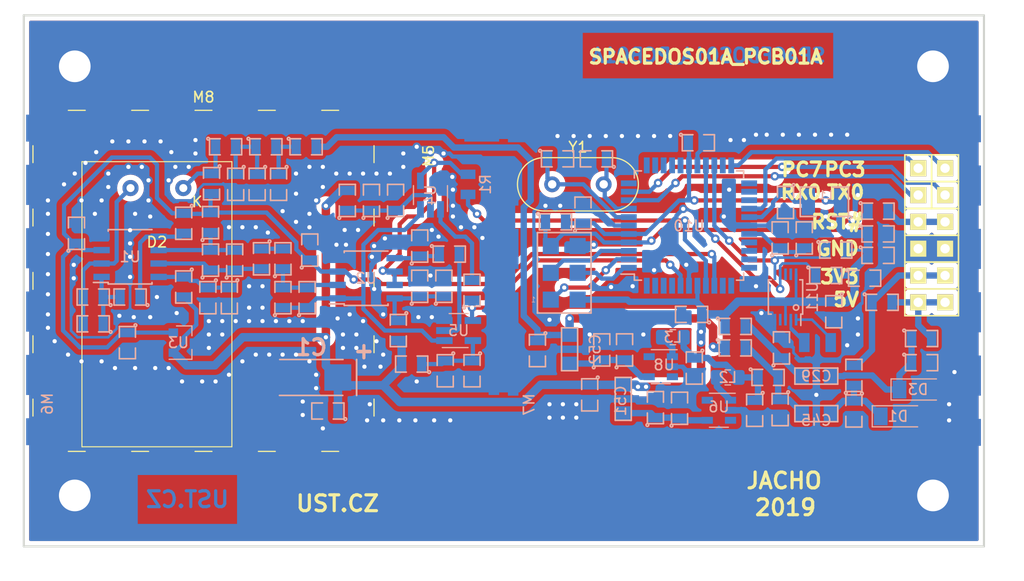
<source format=kicad_pcb>
(kicad_pcb (version 20211014) (generator pcbnew)
  (title_block (date "%d. %m. %Y") (rev "REV") (company "Mlab www.mlab.cz"))
  (layers (0 "F.Cu" signal) (31 "B.Cu" signal) (34 "B.Paste" user) (36 "B.SilkS" user "B.Silkscreen") (37 "F.SilkS" user "F.Silkscreen") (38 "B.Mask" user) (39 "F.Mask" user) (44 "Edge.Cuts" user))
  (net 0 "")
  (net 1 "GND")
  (net 2 "Net-(C10-Pad2)")
  (net 3 "/VCC1")
  (net 4 "/VCC2")
  (net 5 "/VCC3")
  (net 6 "/VCC4")
  (net 7 "Net-(C10-Pad1)")
  (net 8 "Net-(C15-Pad1)")
  (net 9 "Net-(C15-Pad2)")
  (net 10 "Net-(C16-Pad1)")
  (net 11 "Net-(C18-Pad1)")
  (net 12 "Net-(C18-Pad2)")
  (net 13 "Net-(C19-Pad1)")
  (net 14 "Net-(R12-Pad2)")
  (net 15 "Net-(R13-Pad2)")
  (net 16 "Net-(C2-Pad1)")
  (net 17 "/A")
  (net 18 "/K")
  (net 19 "Net-(C22-Pad1)")
  (net 20 "Net-(R1-Pad2)")
  (net 21 "VDD")
  (net 22 "Net-(C30-Pad1)")
  (net 23 "/cpu/AVCC")
  (net 24 "Net-(C33-Pad1)")
  (net 25 "Net-(C38-Pad1)")
  (net 26 "/cpu/RST#")
  (net 27 "/cpu/RST#_P")
  (net 28 "/cpu/PC0")
  (net 29 "/cpu/PC1")
  (net 30 "/cpu/PB5")
  (net 31 "/cpu/PB7")
  (net 32 "/cpu/PB6")
  (net 33 "/cpu/RX0")
  (net 34 "/cpu/TX0")
  (net 35 "Net-(U11-Pad1)")
  (net 36 "Net-(U11-Pad2)")
  (net 37 "+3V3")
  (net 38 "Net-(C21-Pad1)")
  (net 39 "Net-(C42-Pad1)")
  (net 40 "+5V")
  (net 41 "Net-(L2-Pad2)")
  (net 42 "Net-(L3-Pad2)")
  (net 43 "PA1")
  (net 44 "PA0")
  (net 45 "Net-(C40-Pad1)")
  (net 46 "Net-(C29-Pad3)")
  (net 47 "Net-(C45-Pad3)")
  (net 48 "Net-(C29-Pad1)")
  (net 49 "/cpu/PC3")
  (net 50 "/cpu/PC7")
  (net 51 "/power/5")
  (net 52 "/power/3")
  (net 53 "PB0")
  (footprint "Mlab_Mechanical:MountingHole_3mm" (layer "F.Cu") (at 86.36 -45.72)
    (fp_text reference "M2" hide)
    (fp_text value "HOLE" hide)
  )
  (footprint "Mlab_Mechanical:MountingHole_3mm" (layer "F.Cu") (at 5.08 -45.72)
    (fp_text reference "M3" hide)
    (fp_text value "HOLE" hide)
  )
  (footprint "Mlab_Mechanical:MountingHole_3mm" (layer "F.Cu") (at 5.08 -5.08)
    (fp_text reference "M4" hide)
    (fp_text value "HOLE" hide)
  )
  (footprint "Mlab_Pin_Headers:Straight_1x02" (layer "F.Cu") (at 86.233 -25.908 90)
    (fp_text reference "J1" hide)
    (fp_text value "HEADER_2x01_PARALLEL" hide)
  )
  (footprint "Mlab_Pin_Headers:Straight_1x02" (layer "F.Cu") (at 86.233 -28.448 90)
    (fp_text reference "J2" hide)
    (fp_text value "HEADER_2x01_PARALLEL" hide)
  )
  (footprint "Mlab_Pin_Headers:Straight_1x02" (layer "F.Cu") (at 86.233 -23.368 90)
    (fp_text reference "J3" hide)
    (fp_text value "HEADER_2x01_PARALLEL" hide)
  )
  (footprint "Mlab_D:HAMAMATSU_S2744-09" (layer "F.Cu") (at 12.86 -8.75 -90)
    (fp_text reference "D2")
    (fp_text value "S2744-09")
  )
  (footprint "Mlab_Pin_Headers:Straight_1x01" (layer "F.Cu") (at 84.963 -36.068)
    (fp_text reference "J4" hide)
    (fp_text value "HEADER_1x01" hide)
  )
  (footprint "Mlab_Pin_Headers:Straight_1x01" (layer "F.Cu") (at 87.503 -36.068)
    (fp_text reference "J5" hide)
    (fp_text value "HEADER_1x01" hide)
  )
  (footprint "Mlab_Pin_Headers:Straight_1x01" (layer "F.Cu") (at 84.963 -33.528)
    (fp_text reference "J6" hide)
    (fp_text value "HEADER_1x01" hide)
  )
  (footprint "Mlab_Pin_Headers:Straight_1x01" (layer "F.Cu") (at 87.503 -33.528)
    (fp_text reference "J7" hide)
    (fp_text value "HEADER_1x01" hide)
  )
  (footprint "Mlab_Pin_Headers:Straight_2x01" (layer "F.Cu") (at 86.233 -30.988)
    (fp_text reference "J19" hide)
    (fp_text value "HEADER_2x01_PARALLEL" hide)
  )
  (footprint "Mlab_Mechanical:MountingHole_3mm" (layer "F.Cu") (at 86.36 -5.08)
    (fp_text reference "M1" hide)
    (fp_text value "HOLE" hide)
  )
  (footprint "Mlab_Mechanical:BMI-S-210-F" (layer "F.Cu") (at 36.576 -41.148)
    (fp_text reference "M5")
    (fp_text value "BMI-S-210-F")
  )
  (footprint "RF_Shielding:Laird_Technologies_BMI-S-204-F_32.00x32.00mm" (layer "F.Cu") (at 17.272 -25.4)
    (fp_text reference "M8")
    (fp_text value "BMI-S-204-F")
  )
  (footprint "Mlab_XTAL:Crystal_HC49-4H_Vertical" (layer "F.Cu") (at 50.292 -34.544)
    (fp_text reference "Y1")
    (fp_text value "16MHz")
  )
  (footprint "Mlab_R:SMD-0805" (layer "B.Cu") (at 10.066 -19.552 -90)
    (fp_text reference "C20")
    (fp_text value "100nF")
  )
  (footprint "Mlab_C:TantalC_SizeC_Reflow" (layer "B.Cu") (at 27.465 -16.25 180)
    (fp_text reference "C1")
    (fp_text value "47uF" hide)
  )
  (footprint "Mlab_R:SMD-0805" (layer "B.Cu") (at 5.24 -29.9025 90)
    (fp_text reference "C3")
    (fp_text value "4u7")
  )
  (footprint "Mlab_R:SMD-0805" (layer "B.Cu") (at 29.0525 -13.075 180)
    (fp_text reference "C4")
    (fp_text value "10uF")
  )
  (footprint "Mlab_R:SMD-0805" (layer "B.Cu") (at 6.8275 -23.87 180)
    (fp_text reference "C5")
    (fp_text value "1pFNP0 251R15S1R0AV4E" hide)
  )
  (footprint "Mlab_R:SMD-0805" (layer "B.Cu") (at 19.718 -23.8065 -90)
    (fp_text reference "C6")
    (fp_text value "10uF")
  )
  (footprint "Mlab_R:SMD-0805" (layer "B.Cu") (at 40.038 -24.886 90)
    (fp_text reference "C7")
    (fp_text value "10uF")
  )
  (footprint "Mlab_R:SMD-0805" (layer "B.Cu") (at 33.18 -33.014 90)
    (fp_text reference "C8")
    (fp_text value "10uF")
  )
  (footprint "Mlab_R:SMD-0805" (layer "B.Cu") (at 40.165 -16.885 -90)
    (fp_text reference "C9")
    (fp_text value "10uF")
  )
  (footprint "Mlab_R:SMD-0805" (layer "B.Cu") (at 10.32 -23.87 180)
    (fp_text reference "C10")
    (fp_text value "100nF")
  )
  (footprint "Mlab_R:SMD-0805" (layer "B.Cu") (at 17.686 -23.8065 -90)
    (fp_text reference "C11")
    (fp_text value "100nF")
  )
  (footprint "Mlab_R:SMD-0805" (layer "B.Cu") (at 37.752 -24.886 90)
    (fp_text reference "C12")
    (fp_text value "100nF")
  )
  (footprint "Mlab_R:SMD-0805" (layer "B.Cu") (at 35.466 -33.014 90)
    (fp_text reference "C13")
    (fp_text value "100nF")
  )
  (footprint "Mlab_R:SMD-0805" (layer "B.Cu") (at 42.705 -16.885 -90)
    (fp_text reference "C14")
    (fp_text value "100nF")
  )
  (footprint "Mlab_R:SMD-0805" (layer "B.Cu") (at 20.226 -27.3625 90)
    (fp_text reference "C15")
    (fp_text value "3n3")
  )
  (footprint "Mlab_R:SMD-0805" (layer "B.Cu") (at 22.766 -27.4895 -90)
    (fp_text reference "C16")
    (fp_text value "100nF")
  )
  (footprint "Mlab_R:SMD-0805" (layer "B.Cu") (at 27.338 -28.315 90)
    (fp_text reference "C17")
    (fp_text value "4u7")
  )
  (footprint "Mlab_R:SMD-0805" (layer "B.Cu") (at 27.084 -23.8065 90)
    (fp_text reference "C18")
    (fp_text value "2n2")
  )
  (footprint "Mlab_R:SMD-0805" (layer "B.Cu") (at 37.752 -28.696 90)
    (fp_text reference "C19")
    (fp_text value "1nF/NP0")
  )
  (footprint "Mlab_R:SMD-0805" (layer "B.Cu") (at 35.72 -20.695 -90)
    (fp_text reference "R3")
    (fp_text value "470R")
  )
  (footprint "Mlab_R:SMD-0805" (layer "B.Cu") (at 30.894 -33.014 90)
    (fp_text reference "R4")
    (fp_text value "470R")
  )
  (footprint "Mlab_R:SMD-0805" (layer "B.Cu") (at 36.99 -17.52 180)
    (fp_text reference "R5")
    (fp_text value "470R")
  )
  (footprint "Mlab_R:SMD-0805" (layer "B.Cu") (at 6.8275 -21.33 180)
    (fp_text reference "R6")
    (fp_text value "10M")
  )
  (footprint "Mlab_R:SMD-0805" (layer "B.Cu") (at 15.4 -30.855 -90)
    (fp_text reference "R7")
    (fp_text value "10k")
  )
  (footprint "Mlab_R:SMD-0805" (layer "B.Cu") (at 17.94 -30.9185 90)
    (fp_text reference "R8")
    (fp_text value "1k")
  )
  (footprint "Mlab_R:SMD-0805" (layer "B.Cu") (at 17.94 -27.3625 90)
    (fp_text reference "R9")
    (fp_text value "4k7")
  )
  (footprint "Mlab_R:SMD-0805" (layer "B.Cu") (at 24.798 -27.4895 90)
    (fp_text reference "R10")
    (fp_text value "1k")
  )
  (footprint "Mlab_R:SMD-0805" (layer "B.Cu") (at 24.798 -23.8065 90)
    (fp_text reference "R11")
    (fp_text value "4k7")
  )
  (footprint "Mlab_R:SMD-0805" (layer "B.Cu") (at 42.705 -24.505 90)
    (fp_text reference "R12")
    (fp_text value "10k")
  )
  (footprint "Mlab_R:SMD-0805" (layer "B.Cu") (at 40.546 -27.934)
    (fp_text reference "R13")
    (fp_text value "2k2")
  )
  (footprint "Mlab_IO:SOIC-8_3.9x4.9mm_Pitch1.27mm" (layer "B.Cu") (at 10.32 -27.68)
    (fp_text reference "U1")
    (fp_text value "OPA2314" hide)
  )
  (footprint "Package_TO_SOT_SMD:SOT-23-5_HandSoldering" (layer "B.Cu") (at 38.768 -33.522 90)
    (fp_text reference "U4")
    (fp_text value "TS7211" hide)
  )
  (footprint "Package_TO_SOT_SMD:SOT-23-5_HandSoldering" (layer "B.Cu") (at 41.435 -20.695)
    (fp_text reference "U5")
    (fp_text value "TS5A4594" hide)
  )
  (footprint "Mlab_R:SMD-0805" (layer "B.Cu") (at 15.4 -24.8225 -90)
    (fp_text reference "R2")
    (fp_text value "470R")
  )
  (footprint "Mlab_IO:SOIC-8_3.9x4.9mm_Pitch1.27mm" (layer "B.Cu") (at 32.672 -25.648)
    (fp_text reference "U2")
    (fp_text value "OPA2314" hide)
  )
  (footprint "Mlab_R:SMD-0805" (layer "B.Cu") (at 42.324 -34.538 90)
    (fp_text reference "R1")
    (fp_text value "10R" hide)
  )
  (footprint "Mlab_R:SMD-0805" (layer "B.Cu") (at 20.32 -34.544 -90)
    (fp_text reference "C2")
    (fp_text value "100nF")
  )
  (footprint "Package_TO_SOT_SMD:SOT-23" (layer "B.Cu") (at 15.416 -19.552)
    (fp_text reference "U3")
    (fp_text value "ISL21080DIH312Z-TK  1V25" hide)
  )
  (footprint "Diode_SMD:D_MiniMELF" (layer "B.Cu") (at 83.157 -12.573)
    (fp_text reference "D1")
    (fp_text value "BZV55C-5,6V" hide)
  )
  (footprint "Mlab_R:SMD-0805" (layer "B.Cu") (at 72.009 -19.05 90)
    (fp_text reference "C55")
    (fp_text value "100nF")
  )
  (footprint "Mlab_R:SMD-0805" (layer "B.Cu") (at 67.6275 -19.05)
    (fp_text reference "R25")
    (fp_text value "-")
  )
  (footprint "Mlab_R:SMD-0805" (layer "B.Cu") (at 67.6275 -21.082)
    (fp_text reference "R27")
    (fp_text value "-")
  )
  (footprint "Mlab_R:SMD-0805" (layer "B.Cu") (at 70.739 -16.256)
    (fp_text reference "R28")
    (fp_text value "0R")
  )
  (footprint "Mlab_R:SMD-0805" (layer "B.Cu") (at 24.384 -34.544 -90)
    (fp_text reference "C21")
    (fp_text value "10uF")
  )
  (footprint "Mlab_R:SMD-0805" (layer "B.Cu") (at 78.867 -13.081 -90)
    (fp_text reference "C22")
    (fp_text value "10uF")
  )
  (footprint "Mlab_R:SMD-0805" (layer "B.Cu") (at 85.2805 -17.653)
    (fp_text reference "C36")
    (fp_text value "10uF")
  )
  (footprint "Mlab_R:SMD-0805" (layer "B.Cu") (at 78.867 -16.4465 90)
    (fp_text reference "F1")
    (fp_text value "SR010-15 100mA " hide)
  )
  (footprint "Mlab_R:SMD-0805" (layer "B.Cu") (at 85.2805 -19.939)
    (fp_text reference "F2")
    (fp_text value "SR010-15 100mA " hide)
  )
  (footprint "Diode_SMD:D_MiniMELF" (layer "B.Cu") (at 84.935 -15.113)
    (fp_text reference "D3")
    (fp_text value "BZV55C-5,6V" hide)
  )
  (footprint "Resistor_SMD:R_0805_2012Metric_Pad1.15x1.40mm_HandSolder" (layer "B.Cu") (at 66.92 -16.256 180)
    (fp_text reference "L2")
    (fp_text value "DFE252012P-4R7M" hide)
  )
  (footprint "Resistor_SMD:R_0805_2012Metric_Pad1.15x1.40mm_HandSolder" (layer "B.Cu") (at 61.722 -20.066 180)
    (fp_text reference "L3")
    (fp_text value "DFE252012P-4R7M" hide)
  )
  (footprint "Package_TO_SOT_SMD:SOT-23-5" (layer "B.Cu") (at 66.083 -13.147 180)
    (fp_text reference "U6")
    (fp_text value "TPS613221ADBV" hide)
  )
  (footprint "Mlab_R:SMD-0805" (layer "B.Cu") (at 54.991 -18.8595 90)
    (fp_text reference "C50")
    (fp_text value "10uF")
  )
  (footprint "Mlab_R:SMD-0805" (layer "B.Cu") (at 62.357 -13.335 90)
    (fp_text reference "C49")
    (fp_text value "10uF")
  )
  (footprint "Mlab_R:SMD-0805" (layer "B.Cu") (at 57.15 -18.8595 90)
    (fp_text reference "C42")
    (fp_text value "10uF")
  )
  (footprint "Mlab_L:FIR1" (layer "B.Cu") (at 51.943 -18.923 90)
    (fp_text reference "C52")
    (fp_text value "NFM21PC105-1uF" hide)
  )
  (footprint "Mlab_R:SMD-0805" (layer "B.Cu") (at 60.071 -13.3985 90)
    (fp_text reference "C38")
    (fp_text value "10uF")
  )
  (footprint "Mlab_L:FIR1" (layer "B.Cu") (at 57.023 -14.224 90)
    (fp_text reference "C51")
    (fp_text value "NFM21PC105-1uF" hide)
  )
  (footprint "Mlab_R:SMD-0805" (layer "B.Cu") (at 63.754 -17.145 -90)
    (fp_text reference "C25")
    (fp_text value "100nF")
  )
  (footprint "Mlab_R:SMD-0805" (layer "B.Cu") (at 71.882 -29.464 90)
    (fp_text reference "C44")
    (fp_text value "100nF")
  )
  (footprint "Mlab_R:SMD-0805" (layer "B.Cu") (at 74.168 -29.464 90)
    (fp_text reference "C40")
    (fp_text value "10uF")
  )
  (footprint "Mlab_R:SMD-0805" (layer "B.Cu") (at 81.534 -23.368)
    (fp_text reference "R24")
    (fp_text value "-")
  )
  (footprint "Mlab_R:SMD-0805" (layer "B.Cu") (at 72.39 -32.8295 -90)
    (fp_text reference "C31")
    (fp_text value "100nF")
  )
  (footprint "Mlab_R:SMD-0805" (layer "B.Cu") (at 81.153 -27.813)
    (fp_text reference "C27")
    (fp_text value "100nF")
  )
  (footprint "Mlab_R:SMD-0805" (layer "B.Cu") (at 53.848 -14.605 -90)
    (fp_text reference "C53")
    (fp_text value "100nF")
  )
  (footprint "Package_TO_SOT_SMD:SOT-23-5" (layer "B.Cu") (at 60.579 -17.272 180)
    (fp_text reference "U8")
    (fp_text value "TPS613222ADBV" hide)
  )
  (footprint "Package_QFP:TQFP-44_10x10mm_P0.8mm" (layer "B.Cu") (at 63.25 -30.64)
    (fp_text reference "U10")
    (fp_text value "ATMEGA1284P-AU" hide)
  )
  (footprint "Mlab_R:SMD-0805" (layer "B.Cu") (at 77.1525 -28.321)
    (fp_text reference "R20")
    (fp_text value "10k")
  )
  (footprint "Mlab_Mechanical:BMI-S-210-F" (layer "B.Cu") (at 46.101 -9.779)
    (fp_text reference "M7")
    (fp_text value "BMI-S-210-F")
  )
  (footprint "Mlab_L:FIR1" (layer "B.Cu") (at 75.311 -16.383 180)
    (fp_text reference "C29")
    (fp_text value "NFM21PC105-1uF" hide)
  )
  (footprint "Mlab_Pin_Headers:SMD_2x03" (layer "B.Cu") (at 51.435 -26.162)
    (fp_text reference "J22" hide)
    (fp_text value "HEADER_2x03" hide)
  )
  (footprint "Mlab_R:SMD-0805" (layer "B.Cu") (at 50.6095 -30.988)
    (fp_text reference "R23")
    (fp_text value "10k")
  )
  (footprint "Mlab_R:SMD-0805" (layer "B.Cu") (at 79.883 -25.654)
    (fp_text reference "C26")
    (fp_text value "100nF")
  )
  (footprint "Mlab_R:SMD-0805" (layer "B.Cu") (at 81.153 -29.845)
    (fp_text reference "C28")
    (fp_text value "100nF")
  )
  (footprint "Mlab_R:SMD-0805" (layer "B.Cu") (at 50.8 -36.957)
    (fp_text reference "C30")
    (fp_text value "15pF")
  )
  (footprint "Mlab_R:SMD-0805" (layer "B.Cu") (at 54.483 -36.957 180)
    (fp_text reference "C33")
    (fp_text value "15pF")
  )
  (footprint "Mlab_R:SMD-0805" (layer "B.Cu") (at 53.213 -31.8135 90)
    (fp_text reference "C34")
    (fp_text value "100nF")
  )
  (footprint "Mlab_R:SMD-0805" (layer "B.Cu") (at 63.5 -22.225 180)
    (fp_text reference "C35")
    (fp_text value "100nF")
  )
  (footprint "Mlab_R:SMD-0805" (layer "B.Cu") (at 64.135 -38.481)
    (fp_text reference "C39")
    (fp_text value "100nF")
  )
  (footprint "Mlab_R:SMD-0805" (layer "B.Cu") (at 81.153 -32.004)
    (fp_text reference "C43")
    (fp_text value "4u7")
  )
  (footprint "Mlab_R:SMD-0805" (layer "B.Cu") (at 76.962 -22.479 -90)
    (fp_text reference "C47")
    (fp_text value "100nF")
  )
  (footprint "Mlab_R:SMD-1210" (layer "B.Cu") (at 76.073 -32.893 180)
    (fp_text reference "L1")
    (fp_text value "10uH - LQH32CN100K23L" hide)
  )
  (footprint "Mlab_R:SMD-0805" (layer "B.Cu") (at 76.2 -25.908)
    (fp_text reference "R21")
    (fp_text value "10k")
  )
  (footprint "Mlab_IO:TSSOP-10_3x3mm_Pitch0.5mm" (layer "B.Cu") (at 72.39 -23.876 90)
    (fp_text reference "U11")
    (fp_text value "PCF85263A" hide)
  )
  (footprint "Mlab_XTAL:ABS07" (layer "B.Cu") (at 75.418 -19.558 180)
    (fp_text reference "Y2")
    (fp_text value "ABS07-120-32.768KHZ-T" hide)
  )
  (footprint "Mlab_R:SMD-0805" (layer "B.Cu") (at 22.352 -34.544 -90)
    (fp_text reference "C23")
    (fp_text value "10uF")
  )
  (footprint "Mlab_R:SMD-0805" (layer "B.Cu") (at 18.034 -34.6075 -90)
    (fp_text reference "C24")
    (fp_text value "1uF")
  )
  (footprint "Mlab_R:SMD-0805" (layer "B.Cu") (at 69.469 -13.1445 -90)
    (fp_text reference "C32")
    (fp_text value "100nF")
  )
  (footprint "Mlab_L:FIR1" (layer "B.Cu") (at 75.311 -12.827 180)
    (fp_text reference "C45")
    (fp_text value "NFM21PC105-1uF" hide)
  )
  (footprint "Mlab_R:SMD-0805" (layer "B.Cu") (at 71.882 -13.208 -90)
    (fp_text reference "C48")
    (fp_text value "100nF")
  )
  (footprint "Mlab_R:SMD-0805" (layer "B.Cu") (at 48.895 -18.796 -90)
    (fp_text reference "C54")
    (fp_text value "100nF")
  )
  (footprint "Mlab_R:SMD-0805" (layer "B.Cu") (at 26.9875 -38.1)
    (fp_text reference "R15")
    (fp_text value "4k7")
  )
  (footprint "Mlab_R:SMD-0805" (layer "B.Cu") (at 23.1775 -38.1)
    (fp_text reference "R19")
    (fp_text value "4k7")
  )
  (footprint "Mlab_R:SMD-0805" (layer "B.Cu") (at 19.3675 -38.1)
    (fp_text reference "R22")
    (fp_text value "4k7")
  )
  (footprint "Mlab_Mechanical:BMI-S-210-F" (layer "B.Cu") (at 0.474 -9.84)
    (fp_text reference "M6")
    (fp_text value "BMI-S-210-F")
  )
  (gr_line (start 0.254 -50.546) (end 91.186 -50.546) (layer "Edge.Cuts") (width 0.2))
  (gr_line (start 0.254 -0.254) (end 0.254 -50.546) (layer "Edge.Cuts") (width 0.2))
  (gr_line (start 91.186 -0.254) (end 91.186 -50.546) (layer "Edge.Cuts") (width 0.2))
  (gr_line (start 0.254 -0.254) (end 91.186 -0.254) (layer "Edge.Cuts") (width 0.2))
  (gr_text "UST.CZ" (at 15.748 -4.699) (layer "B.Cu") (effects (font (size 1.5 1.5) (thickness 0.3)) (justify mirror)))
  (gr_text "SPACEDOS01A_PCB01A" (at 53.848 -46.736) (layer "B.Cu") (effects (font (size 1.3 1.3) (thickness 0.3)) (justify right mirror)))
  (gr_text "RST#" (at 79.883 -30.988) (layer "F.SilkS") (effects (font (size 1.3 1.3) (thickness 0.3)) (justify right)))
  (gr_text "SPACEDOS01A_PCB01A" (at 76.073 -46.609) (layer "F.SilkS") (effects (font (size 1.3 1.3) (thickness 0.3)) (justify right)))
  (gr_text "TX0" (at 80.01 -33.782) (layer "F.SilkS") (effects (font (size 1.3 1.3) (thickness 0.3)) (justify right)))
  (gr_text "5V" (at 79.502 -23.622) (layer "F.SilkS") (effects (font (size 1.3 1.3) (thickness 0.3)) (justify right)))
  (gr_text "RX0" (at 75.946 -33.782) (layer "F.SilkS") (effects (font (size 1.3 1.3) (thickness 0.3)) (justify right)))
  (gr_text "3V3" (at 79.502 -25.781) (layer "F.SilkS") (effects (font (size 1.3 1.3) (thickness 0.3)) (justify right)))
  (gr_text "GND" (at 79.502 -28.448) (layer "F.SilkS") (effects (font (size 1.3 1.3) (thickness 0.3)) (justify right)))
  (gr_text "PC7" (at 76.073 -35.941) (layer "F.SilkS") (effects (font (size 1.3 1.3) (thickness 0.3)) (justify right)))
  (gr_text "PC3" (at 80.137 -35.941) (layer "F.SilkS") (effects (font (size 1.3 1.3) (thickness 0.3)) (justify right)))
  (gr_text "UST.CZ" (at 29.972 -4.318) (layer "F.SilkS") (effects (font (size 1.5 1.5) (thickness 0.3))))
  (gr_text "JACHO" (at 72.263 -6.477) (layer "F.SilkS") (effects (font (size 1.5 1.5) (thickness 0.3))))
  (gr_text "2019" (at 72.39 -3.937) (layer "F.SilkS") (effects (font (size 1.5 1.5) (thickness 0.3))))
  (segment (start 39.53 -29.585) (end 39.53 -26.664) (width 0.4) (layer "F.Cu") (net 1))
  (segment (start 33.434 -23.362) (end 33.688 -23.108) (width 0.25) (layer "F.Cu") (net 1))
  (segment (start 29.862 -28.823) (end 30.767 -28.823) (width 0.25) (layer "F.Cu") (net 1))
  (segment (start 31.91 -30.22) (end 30.64 -30.22) (width 0.4) (layer "F.Cu") (net 1))
  (segment (start 12.225 -21.965) (end 14.13 -21.965) (width 0.25) (layer "F.Cu") (net 1))
  (segment (start 34.45 -29.42) (end 34.45 -28.912) (width 0.4) (layer "F.Cu") (net 1))
  (segment (start 12.205565 -30.200565) (end 10.319457 -30.200565) (width 0.25) (layer "F.Cu") (net 1))
  (segment (start 10.32 -28.95) (end 10.32 -27.68) (width 0.25) (layer "F.Cu") (net 1))
  (segment (start 13.495 -31.49) (end 12.205565 -30.200565) (width 0.25) (layer "F.Cu") (net 1))
  (segment (start 39.53 -26.664) (end 38.768 -25.902) (width 0.4) (layer "F.Cu") (net 1))
  (segment (start 4.986 -25.648) (end 4.986 -26.918) (width 0.25) (layer "F.Cu") (net 1))
  (segment (start 38.895 -21.965) (end 37.625 -21.965) (width 0.4) (layer "F.Cu") (net 1))
  (segment (start 34.45 -29.42) (end 34.146372 -29.42) (width 0.4) (layer "F.Cu") (net 1))
  (segment (start 34.146372 -29.42) (end 33.428186 -28.701814) (width 0.4) (layer "F.Cu") (net 1))
  (segment (start 33.434 -24.632) (end 33.434 -23.362) (width 0.25) (layer "F.Cu") (net 1))
  (segment (start 34.45 -28.912) (end 33.218 -27.68) (width 0.4) (layer "F.Cu") (net 1))
  (via (at 75.311 -14.605) (size 0.8) (drill 0.4) (layers "F.Cu" "B.Cu") (net 1))
  (via (at 33.02 -13.716) (size 0.8) (drill 0.4) (layers "F.Cu" "B.Cu") (net 1))
  (via (at 32.766 -12.192) (size 0.8) (drill 0.4) (layers "F.Cu" "B.Cu") (net 1))
  (via (at 34.29 -12.192) (size 0.8) (drill 0.4) (layers "F.Cu" "B.Cu") (net 1))
  (via (at 35.814 -12.192) (size 0.8) (drill 0.4) (layers "F.Cu" "B.Cu") (net 1))
  (via (at 37.338 -12.192) (size 0.8) (drill 0.4) (layers "F.Cu" "B.Cu") (net 1))
  (via (at 39.116 -12.192) (size 0.8) (drill 0.4) (layers "F.Cu" "B.Cu") (net 1))
  (via (at 40.64 -12.192) (size 0.8) (drill 0.4) (layers "F.Cu" "B.Cu") (net 1))
  (via (at 28.575 -11.43) (size 0.8) (drill 0.4) (layers "F.Cu" "B.Cu") (net 1))
  (via (at 26.67 -12.7) (size 0.8) (drill 0.4) (layers "F.Cu" "B.Cu") (net 1))
  (via (at 26.67 -13.97) (size 0.8) (drill 0.4) (layers "F.Cu" "B.Cu") (net 1))
  (via (at 27.94 -15.24) (size 0.8) (drill 0.4) (layers "F.Cu" "B.Cu") (net 1))
  (via (at 27.94 -16.51) (size 0.8) (drill 0.4) (layers "F.Cu" "B.Cu") (net 1))
  (via (at 27.305 -17.78) (size 0.8) (drill 0.4) (layers "F.Cu" "B.Cu") (net 1))
  (via (at 26.035 -18.415) (size 0.8) (drill 0.4) (layers "F.Cu" "B.Cu") (net 1))
  (via (at 24.765 -18.415) (size 0.8) (drill 0.4) (layers "F.Cu" "B.Cu") (net 1))
  (via (at 23.495 -18.415) (size 0.8) (drill 0.4) (layers "F.Cu" "B.Cu") (net 1))
  (via (at 22.225 -18.415) (size 0.8) (drill 0.4) (layers "F.Cu" "B.Cu") (net 1))
  (via (at 20.955 -17.78) (size 0.8) (drill 0.4) (layers "F.Cu" "B.Cu") (net 1))
  (via (at 19.685 -16.51) (size 0.8) (drill 0.4) (layers "F.Cu" "B.Cu") (net 1))
  (via (at 18.415 -15.875) (size 0.8) (drill 0.4) (layers "F.Cu" "B.Cu") (net 1))
  (via (at 17.145 -15.875) (size 0.8) (drill 0.4) (layers "F.Cu" "B.Cu") (net 1))
  (via (at 15.24 -15.875) (size 0.8) (drill 0.4) (layers "F.Cu" "B.Cu") (net 1))
  (via (at 13.97 -17.145) (size 0.8) (drill 0.4) (layers "F.Cu" "B.Cu") (net 1))
  (via (at 12.7 -17.145) (size 0.8) (drill 0.4) (layers "F.Cu" "B.Cu") (net 1))
  (via (at 17.78 -19.05) (size 0.8) (drill 0.4) (layers "F.Cu" "B.Cu") (net 1))
  (via (at 17.78 -20.32) (size 0.8) (drill 0.4) (layers "F.Cu" "B.Cu") (net 1))
  (via (at 17.78 -21.59) (size 0.8) (drill 0.4) (layers "F.Cu" "B.Cu") (net 1))
  (via (at 19.05 -21.59) (size 0.8) (drill 0.4) (layers "F.Cu" "B.Cu") (net 1))
  (via (at 19.05 -20.32) (size 0.8) (drill 0.4) (layers "F.Cu" "B.Cu") (net 1))
  (via (at 20.32 -21.59) (size 0.8) (drill 0.4) (layers "F.Cu" "B.Cu") (net 1))
  (via (at 21.59 -21.59) (size 0.8) (drill 0.4) (layers "F.Cu" "B.Cu") (net 1))
  (via (at 22.86 -21.59) (size 0.8) (drill 0.4) (layers "F.Cu" "B.Cu") (net 1))
  (via (at 24.13 -21.59) (size 0.8) (drill 0.4) (layers "F.Cu" "B.Cu") (net 1))
  (via (at 25.4 -21.59) (size 0.8) (drill 0.4) (layers "F.Cu" "B.Cu") (net 1))
  (via (at 26.67 -21.59) (size 0.8) (drill 0.4) (layers "F.Cu" "B.Cu") (net 1))
  (via (at 21.59 -22.86) (size 0.8) (drill 0.4) (layers "F.Cu" "B.Cu") (net 1))
  (via (at 21.59 -24.892) (size 0.8) (drill 0.4) (layers "F.Cu" "B.Cu") (net 1))
  (via (at 22.86 -24.892) (size 0.8) (drill 0.4) (layers "F.Cu" "B.Cu") (net 1))
  (via (at 22.86 -22.86) (size 0.8) (drill 0.4) (layers "F.Cu" "B.Cu") (net 1))
  (via (at 31.115 -22.225) (size 0.8) (drill 0.4) (layers "F.Cu" "B.Cu") (net 1))
  (via (at 29.972 -21.844) (size 0.8) (drill 0.4) (layers "F.Cu" "B.Cu") (net 1))
  (via (at 30.48 -20.32) (size 0.8) (drill 0.4) (layers "F.Cu" "B.Cu") (net 1))
  (via (at 30.48 -19.05) (size 0.8) (drill 0.4) (layers "F.Cu" "B.Cu") (net 1))
  (via (at 31.75 -19.05) (size 0.8) (drill 0.4) (layers "F.Cu" "B.Cu") (net 1))
  (via (at 31.75 -20.32) (size 0.8) (drill 0.4) (layers "F.Cu" "B.Cu") (net 1))
  (via (at 32.385 -21.59) (size 0.8) (drill 0.4) (layers "F.Cu" "B.Cu") (net 1))
  (via (at 34.29 -22.225) (size 0.8) (drill 0.4) (layers "F.Cu" "B.Cu") (net 1))
  (via (at 34.036 -17.272) (size 0.8) (drill 0.4) (layers "F.Cu" "B.Cu") (net 1))
  (via (at 34.29 -18.415) (size 0.8) (drill 0.4) (layers "F.Cu" "B.Cu") (net 1))
  (via (at 33.655 -19.685) (size 0.8) (drill 0.4) (layers "F.Cu" "B.Cu") (net 1))
  (via (at 32.512 -17.272) (size 0.8) (drill 0.4) (layers "F.Cu" "B.Cu") (net 1))
  (via (at 10.795 -17.145) (size 0.8) (drill 0.4) (layers "F.Cu" "B.Cu") (net 1))
  (via (at 8.89 -17.145) (size 0.8) (drill 0.4) (layers "F.Cu" "B.Cu") (net 1))
  (via (at 7.62 -17.78) (size 0.8) (drill 0.4) (layers "F.Cu" "B.Cu") (net 1))
  (via (at 5.715 -17.78) (size 0.8) (drill 0.4) (layers "F.Cu" "B.Cu") (net 1))
  (via (at 4.445 -18.415) (size 0.8) (drill 0.4) (layers "F.Cu" "B.Cu") (net 1))
  (via (at 3.175 -19.685) (size 0.8) (drill 0.4) (layers "F.Cu" "B.Cu") (net 1))
  (via (at 2.54 -20.955) (size 0.8) (drill 0.4) (layers "F.Cu" "B.Cu") (net 1))
  (via (at 2.54 -22.225) (size 0.8) (drill 0.4) (layers "F.Cu" "B.Cu") (net 1))
  (via (at 2.54 -24.13) (size 0.8) (drill 0.4) (layers "F.Cu" "B.Cu") (net 1))
  (via (at 2.54 -26.035) (size 0.8) (drill 0.4) (layers "F.Cu" "B.Cu") (net 1))
  (via (at 2.54 -27.94) (size 0.8) (drill 0.4) (layers "F.Cu" "B.Cu") (net 1))
  (via (at 2.54 -29.845) (size 0.8) (drill 0.4) (layers "F.Cu" "B.Cu") (net 1))
  (via (at 2.54 -31.75) (size 0.8) (drill 0.4) (layers "F.Cu" "B.Cu") (net 1))
  (via (at 2.54 -33.02) (size 0.8) (drill 0.4) (layers "F.Cu" "B.Cu") (net 1))
  (via (at 5.715 -33.02) (size 0.8) (drill 0.4) (layers "F.Cu" "B.Cu") (net 1))
  (via (at 6.985 -31.75) (size 0.8) (drill 0.4) (layers "F.Cu" "B.Cu") (net 1))
  (via (at 7.62 -33.02) (size 0.8) (drill 0.4) (layers "F.Cu" "B.Cu") (net 1))
  (via (at 8.255 -34.29) (size 0.8) (drill 0.4) (layers "F.Cu" "B.Cu") (net 1))
  (via (at 8.255 -35.56) (size 0.8) (drill 0.4) (layers "F.Cu" "B.Cu") (net 1))
  (via (at 10.16 -36.195) (size 0.8) (drill 0.4) (layers "F.Cu" "B.Cu") (net 1))
  (via (at 11.43 -36.195) (size 0.8) (drill 0.4) (layers "F.Cu" "B.Cu") (net 1))
  (via (at 12.065 -34.925) (size 0.8) (drill 0.4) (layers "F.Cu" "B.Cu") (net 1))
  (via (at 10.795 -31.75) (size 0.8) (drill 0.4) (layers "F.Cu" "B.Cu") (net 1))
  (via (at 12.065 -33.02) (size 0.8) (drill 0.4) (layers "F.Cu" "B.Cu") (net 1))
  (via (at 5.08 -35.56) (size 0.8) (drill 0.4) (layers "F.Cu" "B.Cu") (net 1))
  (via (at 13.97 -34.925) (size 0.8) (drill 0.4) (layers "F.Cu" "B.Cu") (net 1))
  (via (at 14.605 -36.195) (size 0.8) (drill 0.4) (layers "F.Cu" "B.Cu") (net 1))
  (via (at 15.875 -36.195) (size 0.8) (drill 0.4) (layers "F.Cu" "B.Cu") (net 1))
  (via (at 16.51 -37.465) (size 0.8) (drill 0.4) (layers "F.Cu" "B.Cu") (net 1))
  (via (at 16.51 -38.735) (size 0.8) (drill 0.4) (layers "F.Cu" "B.Cu") (net 1))
  (via (at 19.685 -30.48) (size 0.8) (drill 0.4) (layers "F.Cu" "B.Cu") (net 1))
  (via (at 20.955 -30.48) (size 0.8) (drill 0.4) (layers "F.Cu" "B.Cu") (net 1))
  (via (at 22.225 -30.48) (size 0.8) (drill 0.4) (layers "F.Cu" "B.Cu") (net 1))
  (via (at 23.368 -29.972) (size 0.8) (drill 0.4) (layers "F.Cu" "B.Cu") (net 1))
  (via (at 24.765 -32.004) (size 0.8) (drill 0.4) (layers "F.Cu" "B.Cu") (net 1))
  (via (at 26.035 -30.988) (size 0.8) (drill 0.4) (layers "F.Cu" "B.Cu") (net 1))
  (via (at 27.305 -30.48) (size 0.8) (drill 0.4) (layers "F.Cu" "B.Cu") (net 1))
  (via (at 27.305 -31.75) (size 0.8) (drill 0.4) (layers "F.Cu" "B.Cu") (net 1))
  (via (at 27.94 -33.02) (size 0.8) (drill 0.4) (layers "F.Cu" "B.Cu") (net 1))
  (via (at 28.575 -34.29) (size 0.8) (drill 0.4) (layers "F.Cu" "B.Cu") (net 1))
  (via (at 26.035 -33.655) (size 0.8) (drill 0.4) (layers "F.Cu" "B.Cu") (net 1))
  (via (at 26.035 -35.56) (size 0.8) (drill 0.4) (layers "F.Cu" "B.Cu") (net 1))
  (via (at 27.305 -36.195) (size 0.8) (drill 0.4) (layers "F.Cu" "B.Cu") (net 1))
  (via (at 28.575 -36.195) (size 0.8) (drill 0.4) (layers "F.Cu" "B.Cu") (net 1))
  (via (at 29.845 -35.56) (size 0.8) (drill 0.4) (layers "F.Cu" "B.Cu") (net 1))
  (via (at 31.115 -35.56) (size 0.8) (drill 0.4) (layers "F.Cu" "B.Cu") (net 1))
  (via (at 32.385 -35.56) (size 0.8) (drill 0.4) (layers "F.Cu" "B.Cu") (net 1))
  (via (at 33.655 -35.56) (size 0.8) (drill 0.4) (layers "F.Cu" "B.Cu") (net 1))
  (via (at 34.925 -35.56) (size 0.8) (drill 0.4) (layers "F.Cu" "B.Cu") (net 1))
  (via (at 36.195 -36.195) (size 0.8) (drill 0.4) (layers "F.Cu" "B.Cu") (net 1))
  (via (at 36.195 -37.465) (size 0.8) (drill 0.4) (layers "F.Cu" "B.Cu") (net 1))
  (via (at 37.465 -38.1) (size 0.8) (drill 0.4) (layers "F.Cu" "B.Cu") (net 1))
  (via (at 40.005 -37.465) (size 0.8) (drill 0.4) (layers "F.Cu" "B.Cu") (net 1))
  (via (at 40.894 -34.036) (size 0.8) (drill 0.4) (layers "F.Cu" "B.Cu") (net 1))
  (via (at 40.894 -32.512) (size 0.8) (drill 0.4) (layers "F.Cu" "B.Cu") (net 1))
  (via (at 40.894 -31.496) (size 0.8) (drill 0.4) (layers "F.Cu" "B.Cu") (net 1))
  (via (at 41.656 -30.48) (size 0.8) (drill 0.4) (layers "F.Cu" "B.Cu") (net 1))
  (via (at 42.926 -30.48) (size 0.8) (drill 0.4) (layers "F.Cu" "B.Cu") (net 1))
  (via (at 43.688 -29.464) (size 0.8) (drill 0.4) (layers "F.Cu" "B.Cu") (net 1))
  (via (at 50.8 -39.116) (size 0.8) (drill 0.4) (layers "F.Cu" "B.Cu") (net 1))
  (via (at 52.324 -39.116) (size 0.8) (drill 0.4) (layers "F.Cu" "B.Cu") (net 1))
  (via (at 53.848 -39.116) (size 0.8) (drill 0.4) (layers "F.Cu" "B.Cu") (net 1))
  (via (at 55.372 -39.116) (size 0.8) (drill 0.4) (layers "F.Cu" "B.Cu") (net 1))
  (via (at 56.896 -39.116) (size 0.8) (drill 0.4) (layers "F.Cu" "B.Cu") (net 1))
  (via (at 58.42 -39.116) (size 0.8) (drill 0.4) (layers "F.Cu" "B.Cu") (net 1))
  (via (at 59.944 -39.116) (size 0.8) (drill 0.4) (layers "F.Cu" "B.Cu") (net 1))
  (via (at 61.468 -39.116) (size 0.8) (drill 0.4) (layers "F.Cu" "B.Cu") (net 1))
  (via (at 62.992 -26.924) (size 0.8) (drill 0.4) (layers "F.Cu" "B.Cu") (net 1))
  (via (at 58.928 -20.32) (size 0.8) (drill 0.4) (layers "F.Cu" "B.Cu") (net 1))
  (via (at 53.848 -20.32) (size 0.8) (drill 0.4) (layers "F.Cu" "B.Cu") (net 1))
  (via (at 57.912 -24.892) (size 0.8) (drill 0.4) (layers "F.Cu" "B.Cu") (net 1))
  (via (at 69.596 -24.892) (size 0.8) (drill 0.4) (layers "F.Cu" "B.Cu") (net 1))
  (via (at 70.104 -22.352) (size 0.8) (drill 0.4) (layers "F.Cu" "B.Cu") (net 1))
  (via (at 76.2 -31.496) (size 0.8) (drill 0.4) (layers "F.Cu" "B.Cu") (net 1))
  (via (at 66.548 -31.496) (size 0.8) (drill 0.4) (layers "F.Cu" "B.Cu") (net 1))
  (via (at 67.183 -38.735) (size 0.8) (drill 0.4) (layers "F.Cu" "B.Cu") (net 1))
  (via (at 68.453 -38.735) (size 0.8) (drill 0.4) (layers "F.Cu" "B.Cu") (net 1))
  (via (at 51.054 -32.512) (size 0.8) (drill 0.4) (layers "F.Cu" "B.Cu") (net 1))
  (via (at 50.038 -21.717) (size 0.8) (drill 0.4) (layers "F.Cu" "B.Cu") (net 1))
  (via (at 49.657 -32.512) (size 0.8) (drill 0.4) (layers "F.Cu" "B.Cu") (net 1))
  (via (at 6.096 -36.576) (size 0.8) (drill 0.4) (layers "F.Cu" "B.Cu") (net 1))
  (via (at 7.112 -37.592) (size 0.8) (drill 0.4) (layers "F.Cu" "B.Cu") (net 1))
  (via (at 8.636 -38.608) (size 0.8) (drill 0.4) (layers "F.Cu" "B.Cu") (net 1))
  (via (at 10.16 -38.608) (size 0.8) (drill 0.4) (layers "F.Cu" "B.Cu") (net 1))
  (via (at 11.684 -38.608) (size 0.8) (drill 0.4) (layers "F.Cu" "B.Cu") (net 1))
  (via (at 13.208 -38.608) (size 0.8) (drill 0.4) (layers "F.Cu" "B.Cu") (net 1))
  (via (at 14.224 -37.592) (size 0.8) (drill 0.4) (layers "F.Cu" "B.Cu") (net 1))
  (via (at 79.248 -21.844) (size 0.8) (drill 0.4) (layers "F.Cu" "B.Cu") (net 1))
  (via (at 79.248 -20.32) (size 0.8) (drill 0.4) (layers "F.Cu" "B.Cu") (net 1))
  (via (at 78.232 -19.304) (size 0.8) (drill 0.4) (layers "F.Cu" "B.Cu") (net 1))
  (via (at 78.232 -39.243) (size 0.8) (drill 0.4) (layers "F.Cu" "B.Cu") (net 1))
  (via (at 76.708 -39.243) (size 0.8) (drill 0.4) (layers "F.Cu" "B.Cu") (net 1))
  (via (at 75.184 -39.243) (size 0.8) (drill 0.4) (layers "F.Cu" "B.Cu") (net 1))
  (via (at 73.66 -39.243) (size 0.8) (drill 0.4) (layers "F.Cu" "B.Cu") (net 1))
  (via (at 72.136 -39.243) (size 0.8) (drill 0.4) (layers "F.Cu" "B.Cu") (net 1))
  (via (at 70.612 -39.243) (size 0.8) (drill 0.4) (layers "F.Cu" "B.Cu") (net 1))
  (via (at 69.596 -39.243) (size 0.8) (drill 0.4) (layers "F.Cu" "B.Cu") (net 1))
  (via (at 87.884 -12.192) (size 0.8) (drill 0.4) (layers "F.Cu" "B.Cu") (net 1))
  (via (at 87.884 -13.716) (size 0.8) (drill 0.4) (layers "F.Cu" "B.Cu") (net 1))
  (via (at 88.392 -16.764) (size 0.8) (drill 0.4) (layers "F.Cu" "B.Cu") (net 1))
  (via (at 79.248 -33.528) (size 0.8) (drill 0.4) (layers "F.Cu" "B.Cu") (net 1))
  (via (at 67.056 -34.036) (size 0.8) (drill 0.4) (layers "F.Cu" "B.Cu") (net 1))
  (via (at 12.225 -21.965) (size 0.8) (drill 0.4) (layers "F.Cu" "B.Cu") (net 1))
  (via (at 33.218 -27.68) (size 0.8) (drill 0.4) (layers "F.Cu" "B.Cu") (net 1))
  (via (at 33.428186 -28.701814) (size 0.8) (drill 0.4) (layers "F.Cu" "B.Cu") (net 1))
  (via (at 10.32 -27.68) (size 0.8) (drill 0.4) (layers "F.Cu" "B.Cu") (net 1))
  (via (at 59.944 -26.416) (size 0.8) (drill 0.4) (layers "F.Cu" "B.Cu") (net 1))
  (via (at 54.229 -28.829) (size 0.8) (drill 0.4) (layers "F.Cu" "B.Cu") (net 1))
  (via (at 38.895 -30.22) (size 0.8) (drill 0.4) (layers "F.Cu" "B.Cu") (net 1))
  (via (at 10.668 -21.965) (size 0.8) (drill 0.4) (layers "F.Cu" "B.Cu") (net 1))
  (via (at 4.064 -34.544) (size 0.8) (drill 0.4) (layers "F.Cu" "B.Cu") (net 1))
  (via (at 4.986 -25.648) (size 0.8) (drill 0.4) (layers "F.Cu" "B.Cu") (net 1))
  (via (at 30.767 -28.823) (size 0.8) (drill 0.4) (layers "F.Cu" "B.Cu") (net 1))
  (via (at 10.32 -28.95) (size 0.8) (drill 0.4) (layers "F.Cu" "B.Cu") (net 1))
  (via (at 51.308 -12.446) (size 0.8) (drill 0.4) (layers "F.Cu" "B.Cu") (net 1))
  (via (at 34.45 -29.42) (size 0.8) (drill 0.4) (layers "F.Cu" "B.Cu") (net 1))
  (via (at 37.465 -15.875) (size 0.8) (drill 0.4) (layers "F.Cu" "B.Cu") (net 1))
  (via (at 50.038 -13.716) (size 0.8) (drill 0.4) (layers "F.Cu" "B.Cu") (net 1))
  (via (at 14.732 -22.352) (size 0.8) (drill 0.4) (layers "F.Cu" "B.Cu") (net 1))
  (via (at 4.986 -26.918) (size 0.8) (drill 0.4) (layers "F.Cu" "B.Cu") (net 1))
  (via (at 50.038 -12.446) (size 0.8) (drill 0.4) (layers "F.Cu" "B.Cu") (net 1))
  (via (at 40.836307 -35.248307) (size 0.8) (drill 0.4) (layers "F.Cu" "B.Cu") (net 1))
  (via (at 39.53 -29.585) (size 0.8) (drill 0.4) (layers "F.Cu" "B.Cu") (net 1))
  (via (at 33.434 -24.632) (size 0.8) (drill 0.4) (layers "F.Cu" "B.Cu") (net 1))
  (via (at 62.701789 -32.22) (size 0.8) (drill 0.4) (layers "F.Cu" "B.Cu") (net 1))
  (via (at 29.862 -28.823) (size 0.8) (drill 0.4) (layers "F.Cu" "B.Cu") (net 1))
  (via (at 37.625 -21.965) (size 0.8) (drill 0.4) (layers "F.Cu" "B.Cu") (net 1))
  (via (at 55.867109 -24.815999) (size 0.8) (drill 0.4) (layers "F.Cu" "B.Cu") (net 1))
  (via (at 38.749423 -37.565961) (size 0.8) (drill 0.4) (layers "F.Cu" "B.Cu") (net 1))
  (via (at 52.578 -12.446) (size 0.8) (drill 0.4) (layers "F.Cu" "B.Cu") (net 1))
  (via (at 9.304 -22.092) (size 0.8) (drill 0.4) (layers "F.Cu" "B.Cu") (net 1))
  (via (at 38.768 -25.902) (size 0.8) (drill 0.4) (layers "F.Cu" "B.Cu") (net 1))
  (via (at 12.86 -23.87) (size 0.8) (drill 0.4) (layers "F.Cu" "B.Cu") (net 1))
  (via (at 51.308 -13.716) (size 0.8) (drill 0.4) (layers "F.Cu" "B.Cu") (net 1))
  (via (at 30.64 -30.22) (size 0.8) (drill 0.4) (layers "F.Cu" "B.Cu") (net 1))
  (via (at 31.91 -30.22) (size 0.8) (drill 0.4) (layers "F.Cu" "B.Cu") (net 1))
  (via (at 38.895 -21.965) (size 0.8) (drill 0.4) (layers "F.Cu" "B.Cu") (net 1))
  (via (at 52.578 -13.716) (size 0.8) (drill 0.4) (layers "F.Cu" "B.Cu") (net 1))
  (via (at 10.319457 -30.200565) (size 0.8) (drill 0.4) (layers "F.Cu" "B.Cu") (net 1))
  (via (at 12.225 -31.49) (size 0.8) (drill 0.4) (layers "F.Cu" "B.Cu") (net 1))
  (via (at 10.32 -25.775) (size 0.8) (drill 0.4) (layers "F.Cu" "B.Cu") (net 1))
  (segment (start 33.218 -27.114315) (end 33.089999 -26.986314) (width 0.25) (layer "B.Cu") (net 1))
  (segment (start 4.732 -20.675476) (end 4.732 -22.092) (width 0.25) (layer "B.Cu") (net 1))
  (segment (start 9.042499 -20.864497) (end 8.238002 -20.06) (width 0.25) (layer "B.Cu") (net 1))
  (segment (start 73.960998 -17.78) (end 74.313998 -18.133) (width 0.25) (layer "B.Cu") (net 1))
  (segment (start 9.431 -21.965) (end 9.304 -22.092) (width 0.25) (layer "B.Cu") (net 1))
  (segment (start 14.224 -33.02) (end 16.256 -33.02) (width 0.25) (layer "B.Cu") (net 1))
  (segment (start 39.215 -21.645) (end 38.895 -21.965) (width 0.4) (layer "B.Cu") (net 1))
  (segment (start 14.13 -22.6) (end 12.86 -23.87) (width 0.25) (layer "B.Cu") (net 1))
  (segment (start 16.764 -34.036) (end 17.272 -34.544) (width 0.25) (layer "B.Cu") (net 1))
  (segment (start 10.32 -27.68) (end 10.32 -25.775) (width 0.25) (layer "B.Cu") (net 1))
  (segment (start 68.514 -13.147) (end 69.469 -12.192) (width 0.6) (layer "B.Cu") (net 1))
  (segment (start 29.972 -27.553) (end 29.972 -28.713) (width 0.25) (layer "B.Cu") (net 1))
  (segment (start 13.97 -33.274) (end 14.224 -33.02) (width 0.25) (layer "B.Cu") (net 1))
  (segment (start 5.347476 -20.06) (end 4.732 -20.675476) (width 0.25) (layer "B.Cu") (net 1))
  (segment (start 72.009 -20.0025) (end 72.263 -20.0025) (width 0.25) (layer "B.Cu") (net 1))
  (segment (start 64.05 -37.4435) (end 65.0875 -38.481) (width 0.4) (layer "B.Cu") (net 1))
  (segment (start 53.914003 -32.911999) (end 51.453999 -32.911999) (width 0.4) (layer "B.Cu") (net 1))
  (segment (start 4.732 -22.092) (end 4.732 -26.918) (width 0.25) (layer "B.Cu") (net 1))
  (segment (start 10.32 -21.965) (end 9.754315 -21.965) (width 0.25) (layer "B.Cu") (net 1))
  (segment (start 39.53 -29.585) (end 38.895 -30.22) (width 0.4) (layer "B.Cu") (net 1))
  (segment (start 21.336 -33.528) (end 21.3995 -33.5915) (width 0.25) (layer "B.Cu") (net 1))
  (segment (start 55.94311 -24.892) (end 55.867109 -24.815999) (width 0.4) (layer "B.Cu") (net 1))
  (segment (start 21.3995 -33.5915) (end 22.352 -33.5915) (width 0.25) (layer "B.Cu") (net 1))
  (segment (start 39.53 -29.585) (end 34.615 -29.585) (width 0.4) (layer "B.Cu") (net 1))
  (segment (start 63.25 -26.666) (end 62.992 -26.924) (width 0.4) (layer "B.Cu") (net 1))
  (segment (start 40.570685 -37.465) (end 40.859674 -37.176011) (width 0.4) (layer "B.Cu") (net 1))
  (segment (start 34.615 -29.585) (end 34.45 -29.42) (width 0.4) (layer "B.Cu") (net 1))
  (segment (start 29.972 -28.713) (end 29.862 -28.823) (width 0.25) (layer "B.Cu") (net 1))
  (segment (start 39.4665 -29.6485) (end 39.53 -29.585) (width 0.4) (layer "B.Cu") (net 1))
  (segment (start 57.912 -24.892) (end 55.94311 -24.892) (width 0.4) (layer "B.Cu") (net 1))
  (segment (start 9.042499 -21.253184) (end 9.042499 -20.864497) (width 0.25) (layer "B.Cu") (net 1))
  (segment (start 40.038 -25.8385) (end 38.8315 -25.8385) (width 0.25) (layer "B.Cu") (net 1))
  (segment (start 74.711 -18.133) (end 75.311 -17.533) (width 0.25) (layer "B.Cu") (net 1))
  (segment (start 64.05 -36.34) (end 64.05 -37.4435) (width 0.4) (layer "B.Cu") (net 1))
  (segment (start 73.152 -18.588998) (end 73.960998 -17.78) (width 0.25) (layer "B.Cu") (net 1))
  (segment (start 10.319457 -30.200565) (end 10.319457 -28.950543) (width 0.25) (layer "B.Cu") (net 1))
  (segment (start 79.65551 -23.27151) (end 77.9105 -21.5265) (width 0.25) (layer "B.Cu") (net 1))
  (segment (start 62.6745 -17.272) (end 63.754 -16.1925) (width 0.4) (layer "B.Cu") (net 1))
  (segment (start 16.256 -33.02) (end 16.764 -33.528) (width 0.25) (layer "B.Cu") (net 1))
  (segment (start 62.992 -26.924) (end 62.064999 -27.851001) (width 0.4) (layer "B.Cu") (net 1))
  (segment (start 77.9105 -21.5265) (end 76.962 -21.5265) (width 0.25) (layer "B.Cu") (net 1))
  (segment (start 13.97 -34.925) (end 13.97 -33.274) (width 0.25) (layer "B.Cu") (net 1))
  (segment (start 68.95 -30.64) (end 71.6585 -30.64) (width 0.4) (layer "B.Cu") (net 1))
  (segment (start 20.32 -34.544) (end 21.336 -33.528) (width 0.25) (layer "B.Cu") (net 1))
  (segment (start 72.263 -20.0025) (end 73.152 -19.1135) (width 0.25) (layer "B.Cu") (net 1))
  (segment (start 79.65551 -24.22001) (end 79.65551 -23.27151) (width 0.25) (layer "B.Cu") (net 1))
  (segment (start 33.089999 -26.986314) (end 33.089999 -24.976001) (width 0.25) (layer "B.Cu") (net 1))
  (segment (start 68.95 -30.64) (end 67.404 -30.64) (width 0.6) (layer "B.Cu") (net 1))
  (segment (start 57.55 -30.64) (end 56.186002 -30.64) (width 0.4) (layer "B.Cu") (net 1))
  (segment (start 44.774 -35.89) (end 44.774 -34.49) (width 0.4) (layer "B.Cu") (net 1))
  (segment (start 67.183 -13.147) (end 68.514 -13.147) (width 0.6) (layer "B.Cu") (net 1))
  (segment (start 73.152 -19.1135) (end 73.152 -18.588998) (width 0.25) (layer "B.Cu") (net 1))
  (segment (start 10.32 -21.965) (end 12.225 -21.965) (width 0.25) (layer "B.Cu") (net 1))
  (segment (start 62.064999 -31.58321) (end 62.701789 -32.22) (width 0.4) (layer "B.Cu") (net 1))
  (segment (start 12.225 -31.49) (end 13.495 -31.49) (width 0.25) (layer "B.Cu") (net 1))
  (segment (start 30.767 -28.823) (end 30.767 -29.077) (width 0.4) (layer "B.Cu") (net 1))
  (segment (start 10.319457 -28.950543) (end 10.32 -28.95) (width 0.25) (layer "B.Cu") (net 1))
  (segment (start 67.404 -30.64) (end 66.548 -31.496) (width 0.6) (layer "B.Cu") (net 1))
  (segment (start 33.218 -27.68) (end 33.218 -27.114315) (width 0.25) (layer "B.Cu") (net 1))
  (segment (start 4.732 -22.092) (end 4.732 -25.394) (width 0.25) (layer "B.Cu") (net 1))
  (segment (start 80.8355 -25.4) (end 79.65551 -24.22001) (width 0.25) (layer "B.Cu") (net 1))
  (segment (start 43.487989 -37.176011) (end 44.774 -35.89) (width 0.4) (layer "B.Cu") (net 1))
  (segment (start 51.453999 -32.911999) (end 51.054 -32.512) (width 0.4) (layer "B.Cu") (net 1))
  (segment (start 37.752 -29.6485) (end 39.4665 -29.6485) (width 0.4) (layer "B.Cu") (net 1))
  (segment (start 8.238002 -20.06) (end 5.347476 -20.06) (width 0.25) (layer "B.Cu") (net 1))
  (segment (start 71.39 -21.726) (end 71.39 -20.6215) (width 0.25) (layer "B.Cu") (net 1))
  (segment (start 62.064999 -27.851001) (end 62.064999 -31.58321) (width 0.4) (layer "B.Cu") (net 1))
  (segment (start 63.25 -24.94) (end 63.25 -26.666) (width 0.4) (layer "B.Cu") (net 1))
  (segment (start 52.705 -28.702) (end 54.102 -28.702) (width 0.4) (layer "B.Cu") (net 1))
  (segment (start 30.767 -29.077) (end 31.91 -30.22) (width 0.4) (layer "B.Cu") (net 1))
  (segment (start 33.089999 -24.976001) (end 33.434 -24.632) (width 0.25) (layer "B.Cu") (net 1))
  (segment (start 54.102 -28.702) (end 54.229 -28.829) (width 0.4) (layer "B.Cu") (net 1))
  (segment (start 4.732 -25.394) (end 4.986 -25.648) (width 0.25) (layer "B.Cu") (net 1))
  (segment (start 14.13 -21.965) (end 14.13 -22.6) (width 0.25) (layer "B.Cu") (net 1))
  (segment (start 56.186002 -30.64) (end 53.914003 -32.911999) (width 0.4) (layer "B.Cu") (net 1))
  (segment (start 71.39 -20.6215) (end 72.009 -20.0025) (width 0.25) (layer "B.Cu") (net 1))
  (segment (start 80.8355 -25.654) (end 80.8355 -25.4) (width 0.25) (layer "B.Cu") (net 1))
  (segment (start 10.32 -21.965) (end 9.431 -21.965) (width 0.25) (layer "B.Cu") (net 1))
  (segment (start 74.313998 -18.133) (end 74.711 -18.133) (width 0.25) (layer "B.Cu") (net 1))
  (segment (start 40.859674 -37.176011) (end 43.487989 -37.176011) (width 0.4) (layer "B.Cu") (net 1))
  (segment (start 71.6585 -30.64) (end 71.882 -30.4165) (width 0.4) (layer "B.Cu") (net 1))
  (segment (start 38.8315 -25.8385) (end 38.768 -25.902) (width 0.25) (layer "B.Cu") (net 1))
  (segment (start 75.311 -17.533) (end 75.311 -16.383) (width 0.25) (layer "B.Cu") (net 1))
  (segment (start 9.754315 -21.965) (end 9.627315 -21.838) (width 0.25) (layer "B.Cu") (net 1))
  (segment (start 61.679 -17.272) (end 62.6745 -17.272) (width 0.4) (layer "B.Cu") (net 1))
  (segment (start 16.764 -33.528) (end 16.764 -34.036) (width 0.25) (layer "B.Cu") (net 1))
  (segment (start 40.085 -21.645) (end 39.215 -21.645) (width 0.4) (layer "B.Cu") (net 1))
  (segment (start 9.627315 -21.838) (end 9.042499 -21.253184) (width 0.25) (layer "B.Cu") (net 1))
  (segment (start 40.005 -37.465) (end 40.570685 -37.465) (width 0.4) (layer "B.Cu") (net 1))
  (segment (start 10.32 -21.965) (end 10.32 -25.775) (width 0.25) (layer "B.Cu") (net 1))
  (segment (start 17.272 -34.544) (end 20.32 -34.544) (width 0.25) (layer "B.Cu") (net 1))
  (segment (start 9.3675 -23.87) (end 7.78 -23.87) (width 0.4) (layer "B.Cu") (net 2))
  (segment (start 7.78 -21.33) (end 7.78 -23.87) (width 0.4) (layer "B.Cu") (net 2))
  (segment (start 7.62 -24.03) (end 7.78 -23.87) (width 0.4) (layer "B.Cu") (net 2))
  (segment (start 7.62 -25.775) (end 7.62 -24.03) (width 0.4) (layer "B.Cu") (net 2))
  (segment (start 17.305 -24.759) (end 16.67 -25.394) (width 0.4) (layer "B.Cu") (net 3))
  (segment (start 15.654 -25.775) (end 16.035 -25.394) (width 0.4) (layer "B.Cu") (net 3))
  (segment (start 13.02 -25.775) (end 15.4 -25.775) (width 0.4) (layer "B.Cu") (net 3))
  (segment (start 17.686 -24.759) (end 17.305 -24.759) (width 0.4) (layer "B.Cu") (net 3))
  (segment (start 17.686 -24.759) (end 19.718 -24.759) (width 0.4) (layer "B.Cu") (net 3))
  (segment (start 15.4 -25.775) (end 15.654 -25.775) (width 0.4) (layer "B.Cu") (net 3))
  (segment (start 16.035 -25.394) (end 16.67 -25.394) (width 0.4) (layer "B.Cu") (net 3))
  (segment (start 35.372 -23.743) (end 37.5615 -23.743) (width 0.4) (layer "B.Cu") (net 4))
  (segment (start 37.752 -23.9335) (end 40.038 -23.9335) (width 0.4) (layer "B.Cu") (net 4))
  (segment (start 35.372 -21.9955) (end 35.72 -21.6475) (width 0.4) (layer "B.Cu") (net 4))
  (segment (start 35.372 -23.743) (end 35.372 -21.9955) (width 0.4) (layer "B.Cu") (net 4))
  (segment (start 37.5615 -23.743) (end 37.752 -23.9335) (width 0.4) (layer "B.Cu") (net 4))
  (segment (start 38.768 -32.172) (end 38.768 -33.352) (width 0.4) (layer "B.Cu") (net 5))
  (segment (start 38.768 -33.352) (end 38.598 -33.522) (width 0.4) (layer "B.Cu") (net 5))
  (segment (start 30.894 -32.0615) (end 33.18 -32.0615) (width 0.4) (layer "B.Cu") (net 5))
  (segment (start 35.466 -32.0615) (end 35.72 -32.0615) (width 0.4) (layer "B.Cu") (net 5))
  (segment (start 37.1805 -33.522) (end 38.598 -33.522) (width 0.4) (layer "B.Cu") (net 5))
  (segment (start 35.72 -32.0615) (end 37.1805 -33.522) (width 0.4) (layer "B.Cu") (net 5))
  (segment (start 33.18 -32.0615) (end 35.466 -32.0615) (width 0.4) (layer "B.Cu") (net 5))
  (segment (start 37.9425 -17.52) (end 39.8475 -17.52) (width 0.4) (layer "B.Cu") (net 6))
  (segment (start 40.165 -17.8375) (end 42.705 -17.8375) (width 0.4) (layer "B.Cu") (net 6))
  (segment (start 42.785 -19.745) (end 42.785 -17.9175) (width 0.4) (layer "B.Cu") (net 6))
  (segment (start 39.8475 -17.52) (end 40.165 -17.8375) (width 0.4) (layer "B.Cu") (net 6))
  (segment (start 42.785 -17.9175) (end 42.705 -17.8375) (width 0.4) (layer "B.Cu") (net 6))
  (segment (start 11.2725 -23.87) (end 11.2725 -29.0125) (width 0.4) (layer "B.Cu") (net 7))
  (segment (start 11.2725 -29.0125) (end 11.845 -29.585) (width 0.4) (layer "B.Cu") (net 7))
  (segment (start 13.02 -29.585) (end 11.845 -29.585) (width 0.4) (layer "B.Cu") (net 7))
  (segment (start 15.0825 -29.585) (end 15.4 -29.9025) (width 0.4) (layer "B.Cu") (net 7))
  (segment (start 13.02 -29.585) (end 15.0825 -29.585) (width 0.4) (layer "B.Cu") (net 7))
  (segment (start 22.766 -26.537) (end 20.353 -26.537) (width 0.4) (layer "B.Cu") (net 8))
  (segment (start 17.305 -27.045) (end 17.94 -26.41) (width 0.4) (layer "B.Cu") (net 8))
  (segment (start 13.02 -27.045) (end 17.305 -27.045) (width 0.4) (layer "B.Cu") (net 8))
  (segment (start 20.226 -26.41) (end 17.94 -26.41) (width 0.4) (layer "B.Cu") (net 8))
  (segment (start 20.353 -26.537) (end 20.226 -26.41) (width 0.4) (layer "B.Cu") (net 8))
  (segment (start 17.94 -28.315) (end 20.226 -28.315) (width 0.4) (layer "B.Cu") (net 9))
  (segment (start 13.02 -28.315) (end 17.94 -28.315) (width 0.4) (layer "B.Cu") (net 9))
  (segment (start 17.94 -28.315) (end 17.94 -29.966) (width 0.4) (layer "B.Cu") (net 9))
  (segment (start 22.766 -28.442) (end 24.798 -28.442) (width 0.4) (layer "B.Cu") (net 10))
  (segment (start 31.783 -23.743) (end 32.291 -23.743) (width 0.4) (layer "B.Cu") (net 11))
  (segment (start 24.798 -22.854) (end 27.084 -22.854) (width 0.4) (layer "B.Cu") (net 11))
  (segment (start 33.18 -21.965) (end 32.418 -22.727) (width 0.4) (layer "B.Cu") (net 11))
  (segment (start 34.45 -20.695) (end 33.18 -21.965) (width 0.4) (layer "B.Cu") (net 11))
  (segment (start 29.972 -23.743) (end 31.783 -23.743) (width 0.4) (layer "B.Cu") (net 11))
  (segment (start 37.818 -31.717) (end 36.321 -30.22) (width 0.4) (layer "B.Cu") (net 11))
  (segment (start 37.955 -20.695) (end 34.45 -20.695) (width 0.4) (layer "B.Cu") (net 11))
  (segment (start 33.815 -30.22) (end 32.418 -28.823) (width 0.4) (layer "B.Cu") (net 11))
  (segment (start 32.418 -22.727) (end 32.418 -23.87) (width 0.4) (layer "B.Cu") (net 11))
  (segment (start 37.818 -31.717) (end 37.818 -32.172) (width 0.4) (layer "B.Cu") (net 11))
  (segment (start 32.418 -23.87) (end 32.418 -27.68) (width 0.4) (layer "B.Cu") (net 11))
  (segment (start 29.972 -23.743) (end 27.973 -23.743) (width 0.4) (layer "B.Cu") (net 11))
  (segment (start 32.291 -23.743) (end 32.418 -23.87) (width 0.4) (layer "B.Cu") (net 11))
  (segment (start 32.418 -28.823) (end 32.418 -27.68) (width 0.4) (layer "B.Cu") (net 11))
  (segment (start 36.321 -30.22) (end 33.815 -30.22) (width 0.4) (layer "B.Cu") (net 11))
  (segment (start 40.085 -19.745) (end 38.905 -19.745) (width 0.4) (layer "B.Cu") (net 11))
  (segment (start 38.905 -19.745) (end 37.955 -20.695) (width 0.4) (layer "B.Cu") (net 11))
  (segment (start 27.973 -23.743) (end 27.084 -22.854) (width 0.4) (layer "B.Cu") (net 11))
  (segment (start 27.338 -25.013) (end 27.084 -24.759) (width 0.4) (layer "B.Cu") (net 12))
  (segment (start 29.972 -25.013) (end 27.338 -25.013) (width 0.4) (layer "B.Cu") (net 12))
  (segment (start 24.798 -24.759) (end 27.084 -24.759) (width 0.4) (layer "B.Cu") (net 12))
  (segment (start 24.798 -26.537) (end 24.798 -24.759) (width 0.4) (layer "B.Cu") (net 12))
  (segment (start 39.403 -27.7435) (end 39.5935 -27.934) (width 0.4) (layer "B.Cu") (net 13))
  (segment (start 35.372 -27.553) (end 37.5615 -27.553) (width 0.4) (layer "B.Cu") (net 13))
  (segment (start 37.5615 -27.553) (end 37.752 -27.7435) (width 0.4) (layer "B.Cu") (net 13))
  (segment (start 37.752 -27.7435) (end 39.403 -27.7435) (width 0.4) (layer "B.Cu") (net 13))
  (segment (start 42.07 -29.585) (end 42.705 -28.95) (width 0.4) (layer "B.Cu") (net 14))
  (segment (start 42.705 -28.95) (end 42.705 -25.4575) (width 0.4) (layer "B.Cu") (net 14))
  (segment (start 39.718 -30.992) (end 41.125 -29.585) (width 0.4) (layer "B.Cu") (net 14))
  (segment (start 39.718 -32.172) (end 39.718 -30.992) (width 0.4) (layer "B.Cu") (net 14))
  (segment (start 41.125 -29.585) (end 42.07 -29.585) (width 0.4) (layer "B.Cu") (net 14))
  (segment (start 41.4985 -20.9285) (end 41.265 -20.695) (width 0.4) (layer "B.Cu") (net 15))
  (segment (start 41.4985 -27.934) (end 41.4985 -20.9285) (width 0.4) (layer "B.Cu") (net 15))
  (segment (start 41.265 -20.695) (end 40.085 -20.695) (width 0.4) (layer "B.Cu") (net 15))
  (segment (start 22.352 -37.973) (end 22.225 -38.1) (width 0.4) (layer "B.Cu") (net 16))
  (segment (start 20.32 -38.1) (end 20.32 -35.4965) (width 0.4) (layer "B.Cu") (net 16))
  (segment (start 22.352 -35.4965) (end 22.352 -37.973) (width 0.4) (layer "B.Cu") (net 16))
  (segment (start 20.32 -38.1) (end 22.225 -38.1) (width 0.4) (layer "B.Cu") (net 16))
  (segment (start 7.62 -27.045) (end 8.795 -27.045) (width 0.4) (layer "B.Cu") (net 17))
  (segment (start 9.05 -27.3) (end 9.05 -32.88) (width 0.4) (layer "B.Cu") (net 17))
  (segment (start 6.51 -27.045) (end 5.875 -26.41) (width 0.4) (layer "B.Cu") (net 17))
  (segment (start 5.875 -21.33) (end 5.875 -23.87) (width 0.4) (layer "B.Cu") (net 17))
  (segment (start 9.05 -32.88) (end 10.36 -34.19) (width 0.4) (layer "B.Cu") (net 17))
  (segment (start 8.795 -27.045) (end 9.05 -27.3) (width 0.4) (layer "B.Cu") (net 17))
  (segment (start 7.62 -27.045) (end 6.51 -27.045) (width 0.4) (layer "B.Cu") (net 17))
  (segment (start 5.875 -26.41) (end 5.875 -23.87) (width 0.4) (layer "B.Cu") (net 17))
  (segment (start 18.415 -35.941) (end 18.034 -35.56) (width 0.4) (layer "B.Cu") (net 18))
  (segment (start 16.73 -35.56) (end 15.36 -34.19) (width 0.4) (layer "B.Cu") (net 18))
  (segment (start 18.415 -38.1) (end 18.415 -35.941) (width 0.4) (layer "B.Cu") (net 18))
  (segment (start 18.034 -35.56) (end 16.73 -35.56) (width 0.4) (layer "B.Cu") (net 18))
  (segment (start 78.867 -15.494) (end 78.867 -14.0335) (width 0.6) (layer "B.Cu") (net 19))
  (segment (start 77.8675 -14.0335) (end 76.661 -12.827) (width 0.6) (layer "B.Cu") (net 19))
  (segment (start 78.867 -14.0335) (end 77.8675 -14.0335) (width 0.6) (layer "B.Cu") (net 19))
  (segment (start 78.867 -14.0335) (end 79.9465 -14.0335) (width 0.6) (layer "B.Cu") (net 19))
  (segment (start 79.9465 -14.0335) (end 81.407 -12.573) (width 0.6) (layer "B.Cu") (net 19))
  (segment (start 35.853 -27.961432) (end 34.656647 -26.765079) (width 0.4) (layer "F.Cu") (net 20))
  (segment (start 39.115992 -33.019992) (end 37.592 -31.496) (width 0.4) (layer "F.Cu") (net 20))
  (segment (start 34.656647 -26.765079) (end 34.256648 -26.36508) (width 0.4) (layer "F.Cu") (net 20))
  (segment (start 37.592 -31.496) (end 36.576 -31.496) (width 0.4) (layer "F.Cu") (net 20))
  (segment (start 39.115992 -36.576) (end 39.115992 -33.019992) (width 0.4) (layer "F.Cu") (net 20))
  (segment (start 35.853 -30.773) (end 35.853 -27.961432) (width 0.4) (layer "F.Cu") (net 20))
  (segment (start 36.576 -31.496) (end 35.853 -30.773) (width 0.4) (layer "F.Cu") (net 20))
  (via (at 34.256648 -26.36508) (size 0.8) (drill 0.4) (layers "F.Cu" "B.Cu") (net 20))
  (via (at 39.115992 -36.576) (size 0.8) (drill 0.4) (layers "F.Cu" "B.Cu") (net 20))
  (segment (start 37.818 -35.327) (end 39.067 -36.576) (width 0.4) (layer "B.Cu") (net 20))
  (segment (start 37.818 -34.872) (end 37.818 -35.327) (width 0.4) (layer "B.Cu") (net 20))
  (segment (start 35.372 -25.013) (end 35.372 -26.283) (width 0.4) (layer "B.Cu") (net 20))
  (segment (start 39.067 -36.576) (end 39.115992 -36.576) (width 0.4) (layer "B.Cu") (net 20))
  (segment (start 35.372 -26.283) (end 35.28992 -26.36508) (width 0.4) (layer "B.Cu") (net 20))
  (segment (start 34.822333 -26.36508) (end 34.256648 -26.36508) (width 0.4) (layer "B.Cu") (net 20))
  (segment (start 42.324 -35.4905) (end 41.7255 -35.4905) (width 0.4) (layer "B.Cu") (net 20))
  (segment (start 40.64 -36.576) (end 39.115992 -36.576) (width 0.4) (layer "B.Cu") (net 20))
  (segment (start 35.28992 -26.36508) (end 34.822333 -26.36508) (width 0.4) (layer "B.Cu") (net 20))
  (segment (start 41.7255 -35.4905) (end 40.64 -36.576) (width 0.4) (layer "B.Cu") (net 20))
  (segment (start 67.321627 -16.879373) (end 67.945 -16.256) (width 0.6) (layer "B.Cu") (net 21))
  (segment (start 69.7865 -16.256) (end 69.7865 -14.4145) (width 0.6) (layer "B.Cu") (net 21))
  (segment (start 65.0525 -18.0975) (end 65.69399 -17.45601) (width 0.6) (layer "B.Cu") (net 21))
  (segment (start 69.7865 -14.4145) (end 69.469 -14.097) (width 0.6) (layer "B.Cu") (net 21))
  (segment (start 63.754 -18.0975) (end 65.0525 -18.0975) (width 0.6) (layer "B.Cu") (net 21))
  (segment (start 62.747 -19.1045) (end 63.754 -18.0975) (width 0.6) (layer "B.Cu") (net 21))
  (segment (start 62.747 -20.066) (end 62.747 -19.1045) (width 0.6) (layer "B.Cu") (net 21))
  (segment (start 67.945 -16.256) (end 69.7865 -16.256) (width 0.6) (layer "B.Cu") (net 21))
  (segment (start 65.69399 -17.45601) (end 66.74499 -17.45601) (width 0.6) (layer "B.Cu") (net 21))
  (segment (start 66.74499 -17.45601) (end 67.321627 -16.879373) (width 0.6) (layer "B.Cu") (net 21))
  (segment (start 56.351458 -31.44) (end 53.247458 -34.544) (width 0.4) (layer "B.Cu") (net 22))
  (segment (start 49.8475 -36.957) (end 49.8475 -35.08756) (width 0.4) (layer "B.Cu") (net 22))
  (segment (start 50.39106 -34.544) (end 52.324 -34.544) (width 0.4) (layer "B.Cu") (net 22))
  (segment (start 49.8475 -35.08756) (end 50.39106 -34.544) (width 0.4) (layer "B.Cu") (net 22))
  (segment (start 57.55 -31.44) (end 56.351458 -31.44) (width 0.4) (layer "B.Cu") (net 22))
  (segment (start 53.247458 -34.544) (end 52.324 -34.544) (width 0.4) (layer "B.Cu") (net 22))
  (segment (start 72.39 -33.782) (end 72.136 -33.782) (width 0.4) (layer "B.Cu") (net 23))
  (segment (start 73.279 -32.893) (end 72.39 -33.782) (width 0.4) (layer "B.Cu") (net 23))
  (segment (start 70.1 -31.44) (end 68.95 -31.44) (width 0.4) (layer "B.Cu") (net 23))
  (segment (start 72.136 -33.782) (end 71.21201 -32.85801) (width 0.4) (layer "B.Cu") (net 23))
  (segment (start 71.212009 -32.503467) (end 70.148542 -31.44) (width 0.4) (layer "B.Cu") (net 23))
  (segment (start 70.148542 -31.44) (end 70.1 -31.44) (width 0.4) (layer "B.Cu") (net 23))
  (segment (start 74.549 -32.893) (end 73.279 -32.893) (width 0.4) (layer "B.Cu") (net 23))
  (segment (start 71.21201 -32.85801) (end 71.212009 -32.503467) (width 0.4) (layer "B.Cu") (net 23))
  (segment (start 56.4 -32.24) (end 55.27294 -33.36706) (width 0.4) (layer "B.Cu") (net 24))
  (segment (start 57.55 -32.24) (end 56.4 -32.24) (width 0.4) (layer "B.Cu") (net 24))
  (segment (start 55.4355 -36.957) (end 55.4355 -34.70656) (width 0.4) (layer "B.Cu") (net 24))
  (segment (start 55.27294 -33.36706) (end 55.27294 -34.544) (width 0.4) (layer "B.Cu") (net 24))
  (segment (start 55.4355 -34.70656) (end 55.27294 -34.544) (width 0.4) (layer "B.Cu") (net 24))
  (segment (start 64.983 -12.197) (end 62.5425 -12.197) (width 0.6) (layer "B.Cu") (net 25))
  (segment (start 59.643 -12.874) (end 60.071 -12.446) (width 0.6) (layer "B.Cu") (net 25))
  (segment (start 57.023 -12.874) (end 59.643 -12.874) (width 0.6) (layer "B.Cu") (net 25))
  (segment (start 60.071 -12.446) (end 62.2935 -12.446) (width 0.6) (layer "B.Cu") (net 25))
  (segment (start 62.5425 -12.197) (end 62.357 -12.3825) (width 0.6) (layer "B.Cu") (net 25))
  (segment (start 62.2935 -12.446) (end 62.357 -12.3825) (width 0.6) (layer "B.Cu") (net 25))
  (segment (start 84.963 -30.988) (end 83.1215 -30.988) (width 0.6) (layer "B.Cu") (net 26))
  (segment (start 83.1215 -30.988) (end 82.1055 -32.004) (width 0.6) (layer "B.Cu") (net 26))
  (segment (start 87.503 -30.988) (end 84.963 -30.988) (width 0.6) (layer "B.Cu") (net 26))
  (segment (start 60.706 -30.226) (end 59.69 -29.21) (width 0.4) (layer "F.Cu") (net 27))
  (segment (start 77.285315 -30.226) (end 60.706 -30.226) (width 0.4) (layer "F.Cu") (net 27))
  (segment (start 78.74 -31.115) (end 78.174315 -31.115) (width 0.4) (layer "F.Cu") (net 27))
  (segment (start 78.174315 -31.115) (end 77.285315 -30.226) (width 0.4) (layer "F.Cu") (net 27))
  (via (at 78.74 -31.115) (size 0.8) (drill 0.4) (layers "F.Cu" "B.Cu") (net 27))
  (via (at 59.69 -29.21) (size 0.8) (drill 0.4) (layers "F.Cu" "B.Cu") (net 27))
  (segment (start 49.657 -30.988) (end 49.657 -29.21) (width 0.4) (layer "B.Cu") (net 27))
  (segment (start 55.204542 -29.04) (end 54.380541 -29.864001) (width 0.4) (layer "B.Cu") (net 27))
  (segment (start 51.327001 -29.864001) (end 50.165 -28.702) (width 0.4) (layer "B.Cu") (net 27))
  (segment (start 78.74 -31.115) (end 79.3115 -31.115) (width 0.4) (layer "B.Cu") (net 27))
  (segment (start 79.3115 -31.115) (end 80.2005 -32.004) (width 0.4) (layer "B.Cu") (net 27))
  (segment (start 54.380541 -29.864001) (end 51.327001 -29.864001) (width 0.4) (layer "B.Cu") (net 27))
  (segment (start 57.55 -29.04) (end 59.52 -29.04) (width 0.4) (layer "B.Cu") (net 27))
  (segment (start 49.657 -29.21) (end 50.165 -28.702) (width 0.4) (layer "B.Cu") (net 27))
  (segment (start 59.52 -29.04) (end 59.69 -29.21) (width 0.4) (layer "B.Cu") (net 27))
  (segment (start 57.55 -29.04) (end 55.204542 -29.04) (width 0.4) (layer "B.Cu") (net 27))
  (segment (start 65.747314 -29.387314) (end 69.442627 -25.692001) (width 0.4) (layer "F.Cu") (net 28))
  (segment (start 70.827999 -25.692001) (end 71.882 -24.638) (width 0.4) (layer "F.Cu") (net 28))
  (segment (start 69.442627 -25.692001) (end 70.827999 -25.692001) (width 0.4) (layer "F.Cu") (net 28))
  (via (at 71.882 -24.638) (size 0.8) (drill 0.4) (layers "F.Cu" "B.Cu") (net 28))
  (via (at 65.747314 -29.387314) (size 0.8) (drill 0.4) (layers "F.Cu" "B.Cu") (net 28))
  (segment (start 75.2475 -26.162) (end 75.2475 -25.908) (width 0.25) (layer "B.Cu") (net 28))
  (segment (start 71.89 -24.646) (end 71.882 -24.638) (width 0.25) (layer "B.Cu") (net 28))
  (segment (start 64.85 -30.284628) (end 65.747314 -29.387314) (width 0.4) (layer "B.Cu") (net 28))
  (segment (start 72.115 -27.051) (end 74.3585 -27.051) (width 0.25) (layer "B.Cu") (net 28))
  (segment (start 74.3585 -27.051) (end 75.2475 -26.162) (width 0.25) (layer "B.Cu") (net 28))
  (segment (start 71.89 -26.026) (end 71.89 -26.826) (width 0.25) (layer "B.Cu") (net 28))
  (segment (start 64.85 -36.34) (end 64.85 -30.284628) (width 0.4) (layer "B.Cu") (net 28))
  (segment (start 71.89 -26.026) (end 71.89 -24.646) (width 0.25) (layer "B.Cu") (net 28))
  (segment (start 71.89 -26.826) (end 72.115 -27.051) (width 0.25) (layer "B.Cu") (net 28))
  (segment (start 67.056 -29.21) (end 68.92993 -27.33607) (width 0.4) (layer "F.Cu") (net 29))
  (segment (start 68.92993 -27.33607) (end 71.374778 -27.33607) (width 0.4) (layer "F.Cu") (net 29))
  (via (at 71.374778 -27.33607) (size 0.8) (drill 0.4) (layers "F.Cu" "B.Cu") (net 29))
  (via (at 67.056 -29.21) (size 0.8) (drill 0.4) (layers "F.Cu" "B.Cu") (net 29))
  (segment (start 76.15351 -27.60549) (end 76.2 -27.65198) (width 0.25) (layer "B.Cu") (net 29))
  (segment (start 65.65 -30.616) (end 67.056 -29.21) (width 0.4) (layer "B.Cu") (net 29))
  (segment (start 71.39 -27.321) (end 71.374778 -27.33607) (width 0.25) (layer "B.Cu") (net 29))
  (segment (start 65.65 -36.34) (end 65.65 -30.616) (width 0.4) (layer "B.Cu") (net 29))
  (segment (start 71.39 -26.026) (end 71.39 -27.321) (width 0.25) (layer "B.Cu") (net 29))
  (segment (start 71.374778 -27.33607) (end 71.67449 -27.60549) (width 0.25) (layer "B.Cu") (net 29))
  (segment (start 76.2 -27.65198) (end 76.2 -28.321) (width 0.25) (layer "B.Cu") (net 29))
  (segment (start 71.67449 -27.60549) (end 76.15351 -27.60549) (width 0.25) (layer "B.Cu") (net 29))
  (segment (start 56.050999 -25.615999) (end 57.075 -26.64) (width 0.4) (layer "B.Cu") (net 30))
  (segment (start 52.705 -26.162) (end 54.441998 -26.162) (width 0.4) (layer "B.Cu") (net 30))
  (segment (start 54.441998 -26.162) (end 54.987999 -25.615999) (width 0.4) (layer "B.Cu") (net 30))
  (segment (start 54.987999 -25.615999) (end 56.050999 -25.615999) (width 0.4) (layer "B.Cu") (net 30))
  (segment (start 57.075 -26.64) (end 57.55 -26.64) (width 0.4) (layer "B.Cu") (net 30))
  (segment (start 57.55 -28.24) (end 54.91 -28.24) (width 0.4) (layer "B.Cu") (net 31))
  (segment (start 53.994001 -27.324001) (end 51.327001 -27.324001) (width 0.4) (layer "B.Cu") (net 31))
  (segment (start 51.327001 -27.324001) (end 50.165 -26.162) (width 0.4) (layer "B.Cu") (net 31))
  (segment (start 54.91 -28.24) (end 53.994001 -27.324001) (width 0.4) (layer "B.Cu") (net 31))
  (segment (start 51.435 -24.765) (end 53.721 -24.765) (width 0.4) (layer "F.Cu") (net 32))
  (segment (start 53.721 -24.765) (end 54.972001 -26.016001) (width 0.4) (layer "F.Cu") (net 32))
  (segment (start 54.972001 -26.016001) (end 55.372 -26.416) (width 0.4) (layer "F.Cu") (net 32))
  (via (at 51.435 -24.765) (size 0.8) (drill 0.4) (layers "F.Cu" "B.Cu") (net 32))
  (via (at 55.372 -26.416) (size 0.8) (drill 0.4) (layers "F.Cu" "B.Cu") (net 32))
  (segment (start 57.55 -27.44) (end 56.396 -27.44) (width 0.4) (layer "B.Cu") (net 32))
  (segment (start 55.771999 -26.815999) (end 55.372 -26.416) (width 0.4) (layer "B.Cu") (net 32))
  (segment (start 56.396 -27.44) (end 55.771999 -26.815999) (width 0.4) (layer "B.Cu") (net 32))
  (segment (start 50.165 -23.622) (end 50.292 -23.622) (width 0.4) (layer "B.Cu") (net 32))
  (segment (start 50.292 -23.622) (end 51.435 -24.765) (width 0.4) (layer "B.Cu") (net 32))
  (segment (start 61.976 -34.671) (end 62.611 -35.306) (width 0.4) (layer "F.Cu") (net 33))
  (segment (start 62.611 -35.306) (end 71.374 -35.306) (width 0.4) (layer "F.Cu") (net 33))
  (via (at 61.976 -34.671) (size 0.8) (drill 0.4) (layers "F.Cu" "B.Cu") (net 33))
  (via (at 71.374 -35.306) (size 0.8) (drill 0.4) (layers "F.Cu" "B.Cu") (net 33))
  (segment (start 60.345 -33.04) (end 61.976 -34.671) (width 0.4) (layer "B.Cu") (net 33))
  (segment (start 57.55 -33.04) (end 60.345 -33.04) (width 0.4) (layer "B.Cu") (net 33))
  (segment (start 84.241458 -33.528) (end 84.963 -33.528) (width 0.4) (layer "B.Cu") (net 33))
  (segment (start 71.374 -35.306) (end 82.463458 -35.306) (width 0.4) (layer "B.Cu") (net 33))
  (segment (start 82.463458 -35.306) (end 84.241458 -33.528) (width 0.4) (layer "B.Cu") (net 33))
  (segment (start 60.325 -34.671) (end 61.84599 -36.19199) (width 0.4) (layer "F.Cu") (net 34))
  (segment (start 61.84599 -36.19199) (end 72.066686 -36.19199) (width 0.4) (layer "F.Cu") (net 34))
  (via (at 60.325 -34.671) (size 0.8) (drill 0.4) (layers "F.Cu" "B.Cu") (net 34))
  (via (at 72.066686 -36.19199) (size 0.8) (drill 0.4) (layers "F.Cu" "B.Cu") (net 34))
  (segment (start 87.503 -33.528) (end 86.340999 -34.690001) (width 0.4) (layer "B.Cu") (net 34))
  (segment (start 57.55 -33.84) (end 59.436 -33.84) (width 0.4) (layer "B.Cu") (net 34))
  (segment (start 86.340999 -34.690001) (end 83.927999 -34.690001) (width 0.4) (layer "B.Cu") (net 34))
  (segment (start 82.42601 -36.19199) (end 72.066686 -36.19199) (width 0.4) (layer "B.Cu") (net 34))
  (segment (start 59.494 -33.84) (end 60.325 -34.671) (width 0.4) (layer "B.Cu") (net 34))
  (segment (start 83.927999 -34.690001) (end 82.42601 -36.19199) (width 0.4) (layer "B.Cu") (net 34))
  (segment (start 59.436 -33.84) (end 59.494 -33.84) (width 0.3) (layer "B.Cu") (net 34))
  (segment (start 73.765 -21.726) (end 73.39 -21.726) (width 0.25) (layer "B.Cu") (net 35))
  (segment (start 76.668 -19.558) (end 76.668 -19.958) (width 0.25) (layer "B.Cu") (net 35))
  (segment (start 76.668 -19.958) (end 74.9 -21.726) (width 0.25) (layer "B.Cu") (net 35))
  (segment (start 74.9 -21.726) (end 73.765 -21.726) (width 0.25) (layer "B.Cu") (net 35))
  (segment (start 72.89 -21.726) (end 72.89 -20.836) (width 0.25) (layer "B.Cu") (net 36))
  (segment (start 72.89 -21.726) (end 72.89 -21.002) (width 0.25) (layer "B.Cu") (net 36))
  (segment (start 72.89 -21.002) (end 73.934 -19.958) (width 0.25) (layer "B.Cu") (net 36))
  (segment (start 73.934 -19.958) (end 73.934 -19.558) (width 0.25) (layer "B.Cu") (net 36))
  (segment (start 72.89 -20.836) (end 74.168 -19.558) (width 0.25) (layer "B.Cu") (net 36))
  (segment (start 28.862 -32.506) (end 28.862 -20.06) (width 0.8) (layer "F.Cu") (net 37))
  (segment (start 59.182 -15.367) (end 58.42 -15.367) (width 0.8) (layer "F.Cu") (net 37))
  (segment (start 76.2 -33.02) (end 63.754 -33.02) (width 0.4) (layer "F.Cu") (net 37))
  (segment (start 63.373 -15.367) (end 59.182 -15.367) (width 0.8) (layer "F.Cu") (net 37))
  (segment (start 64.389 -16.383) (end 63.373 -15.367) (width 0.8) (layer "F.Cu") (net 37))
  (segment (start 64.389 -20.574) (end 64.389 -16.383) (width 0.8) (layer "F.Cu") (net 37))
  (via (at 28.862 -32.506) (size 0.8) (drill 0.4) (layers "F.Cu" "B.Cu") (net 37))
  (via (at 59.182 -15.367) (size 0.8) (drill 0.4) (layers "F.Cu" "B.Cu") (net 37))
  (via (at 63.754 -33.02) (size 0.8) (drill 0.4) (layers "F.Cu" "B.Cu") (net 37))
  (via (at 76.2 -33.02) (size 0.8) (drill 0.4) (layers "F.Cu" "B.Cu") (net 37))
  (via (at 64.389 -20.574) (size 0.8) (drill 0.4) (layers "F.Cu" "B.Cu") (net 37))
  (via (at 58.42 -15.367) (size 0.8) (drill 0.4) (layers "F.Cu" "B.Cu") (net 37))
  (via (at 28.862 -20.06) (size 0.8) (drill 0.4) (layers "F.Cu" "B.Cu") (net 37))
  (via (at 64.389 -19.558) (size 0.8) (drill 0.4) (layers "F.Cu" "B.Cu") (net 37))
  (segment (start 63.754 -33.02) (end 63.246 -33.02) (width 0.4) (layer "B.Cu") (net 37))
  (segment (start 35.862499 -13.928999) (end 34.281499 -15.509999) (width 0.8) (layer "B.Cu") (net 37))
  (segment (start 57.023 -15.574) (end 58.213 -15.574) (width 0.8) (layer "B.Cu") (net 37))
  (segment (start 14.466 -18.602) (end 15.4 -19.536) (width 0.4) (layer "B.Cu") (net 37))
  (segment (start 30.894 -33.9665) (end 30.3225 -33.9665) (width 0.8) (layer "B.Cu") (net 37))
  (segment (start 77.597 -32.893) (end 77.597 -30.353) (width 0.8) (layer "B.Cu") (net 37))
  (segment (start 78.143 -23.368) (end 77.0255 -23.368) (width 0.8) (layer "B.Cu") (net 37))
  (segment (start 78.9305 -25.654) (end 78.9305 -25.4) (width 0.8) (layer "B.Cu") (net 37))
  (segment (start 57.55 -29.84) (end 55.253084 -29.84) (width 0.4) (layer "B.Cu") (net 37))
  (segment (start 36.0375 -19.425) (end 35.72 -19.7425) (width 0.8) (layer "B.Cu") (net 37))
  (segment (start 76.962 -23.4315) (end 73.3425 -23.4315) (width 0.8) (layer "B.Cu") (net 37))
  (segment (start 78.6765 -25.908) (end 78.9305 -25.654) (width 0.6) (layer "B.Cu") (net 37))
  (segment (start 59.135998 -29.84) (end 62.315998 -33.02) (width 0.4) (layer "B.Cu") (net 37))
  (segment (start 34.281499 -15.509999) (end 36.0375 -17.266) (width 0.8) (layer "B.Cu") (net 37))
  (segment (start 63.25 -33.27) (end 63.5 -33.02) (width 0.4) (layer "B.Cu") (net 37))
  (segment (start 78.105 -29.845) (end 78.956 -29.845) (width 0.8) (layer "B.Cu") (net 37))
  (segment (start 78.105 -28.321) (end 79.6925 -28.321) (width 0.3) (layer "B.Cu") (net 37))
  (segment (start 64.389 -20.574) (end 64.389 -19.558) (width 0.8) (layer "B.Cu") (net 37))
  (segment (start 28.862 -20.06) (end 28.862 -17.37776) (width 0.8) (layer "B.Cu") (net 37))
  (segment (start 63.25 -38.4135) (end 63.1825 -38.481) (width 0.4) (layer "B.Cu") (net 37))
  (segment (start 78.9305 -25.654) (end 78.9305 -24.1555) (width 0.8) (layer "B.Cu") (net 37))
  (segment (start 63.246 -33.02) (end 63.5 -33.02) (width 0.4) (layer "B.Cu") (net 37))
  (segment (start 63.25 -36.34) (end 63.25 -38.4135) (width 0.4) (layer "B.Cu") (net 37))
  (segment (start 63.25 -36.34) (end 63.25 -33.27) (width 0.4) (layer "B.Cu") (net 37))
  (segment (start 15.666 -17.402) (end 14.466 -18.602) (width 0.8) (layer "B.Cu") (net 37))
  (segment (start 64.05 -24.94) (end 64.05 -23.326) (width 0.4) (layer "B.Cu") (net 37))
  (segment (start 78.9305 -26.543) (end 78.9305 -25.654) (width 0.8) (layer "B.Cu") (net 37))
  (segment (start 20.988 -20.06) (end 18.33 -17.402) (width 0.8) (layer "B.Cu") (net 37))
  (segment (start 57.404 -23.622) (end 52.705 -23.622) (width 0.6) (layer "B.Cu") (net 37))
  (segment (start 29.98976 -16.25) (end 30.729761 -15.509999) (width 0.8) (layer "B.Cu") (net 37))
  (segment (start 73.39 -23.479) (end 73.3425 -23.4315) (width 0.25) (layer "B.Cu") (net 37))
  (segment (start 62.865 -33.02) (end 63 -33.02) (width 0.4) (layer "B.Cu") (net 37))
  (segment (start 15.4 -20.06) (end 15.4 -19.536) (width 0.4) (layer "B.Cu") (net 37))
  (segment (start 47.581001 -13.928999) (end 35.862499 -13.928999) (width 0.8) (layer "B.Cu") (net 37))
  (segment (start 77.0255 -23.368) (end 76.962 -23.4315) (width 0.8) (layer "B.Cu") (net 37))
  (segment (start 28.862 -20.06) (end 20.988 -20.06) (width 0.8) (layer "B.Cu") (net 37))
  (segment (start 49.209502 -15.5575) (end 47.581001 -13.928999) (width 0.8) (layer "B.Cu") (net 37))
  (segment (start 63.952499 -23.423501) (end 64.05 -23.326) (width 0.6) (layer "B.Cu") (net 37))
  (segment (start 16.587499 -21.247499) (end 15.4 -20.06) (width 0.4) (layer "B.Cu") (net 37))
  (segment (start 51.689 -30.861) (end 51.562 -30.988) (width 0.4) (layer "B.Cu") (net 37))
  (segment (start 77.597 -30.353) (end 78.105 -29.845) (width 0.8) (layer "B.Cu") (net 37))
  (segment (start 72.39 -23.241) (end 72.1995 -23.4315) (width 0.25) (layer "B.Cu") (net 37))
  (segment (start 36.0375 -17.266) (end 36.0375 -17.52) (width 0.8) (layer "B.Cu") (net 37))
  (segment (start 59.182 -15.367) (end 58.42 -15.367) (width 0.8) (layer "B.Cu") (net 37))
  (segment (start 66.294 -22.225) (end 66.675 -21.844) (width 0.8) (layer "B.Cu") (net 37))
  (segment (start 30.005 -13.075) (end 30.005 -16.23476) (width 0.8) (layer "B.Cu") (net 37))
  (segment (start 57.602499 -23.423501) (end 57.404 -23.622) (width 0.6) (layer "B.Cu") (net 37))
  (segment (start 57.55 -29.84) (end 59.135998 -29.84) (width 0.4) (layer "B.Cu") (net 37))
  (segment (start 30.729761 -15.509999) (end 34.281499 -15.509999) (width 0.8) (layer "B.Cu") (net 37))
  (segment (start 28.862 -17.37776) (end 29.98976 -16.25) (width 0.8) (layer "B.Cu") (net 37))
  (segment (start 55.253084 -29.84) (end 54.232084 -30.861) (width 0.4) (layer "B.Cu") (net 37))
  (segment (start 64.4525 -22.225) (end 66.294 -22.225) (width 0.8) (layer "B.Cu") (net 37))
  (segment (start 18.33 -17.402) (end 15.666 -17.402) (width 0.8) (layer "B.Cu") (net 37))
  (segment (start 72.1995 -23.4315) (end 67.8815 -23.4315) (width 0.8) (layer "B.Cu") (net 37))
  (segment (start 16.587499 -22.682501) (end 16.587499 -21.247499) (width 0.4) (layer "B.Cu") (net 37))
  (segment (start 77.1525 -25.908) (end 78.6765 -25.908) (width 0.6) (layer "B.Cu") (net 37))
  (segment (start 77.597 -32.893) (end 76.327 -32.893) (width 0.4) (layer "B.Cu") (net 37))
  (segment (start 53.848 -15.5575) (end 49.209502 -15.5575) (width 0.8) (layer "B.Cu") (net 37))
  (segment (start 36.0375 -17.52) (end 36.0375 -19.425) (width 0.8) (layer "B.Cu") (net 37))
  (segment (start 64.4525 -22.9235) (end 64.05 -23.326) (width 0.6) (layer "B.Cu") (net 37))
  (segment (start 30.005 -16.23476) (end 29.98976 -16.25) (width 0.8) (layer "B.Cu") (net 37))
  (segment (start 53.213 -30.861) (end 51.689 -30.861) (width 0.4) (layer "B.Cu") (net 37))
  (segment (start 30.3225 -33.9665) (end 28.862 -32.506) (width 0.8) (layer "B.Cu") (net 37))
  (segment (start 80.2005 -27.813) (end 78.9305 -26.543) (width 0.8) (layer "B.Cu") (net 37))
  (segment (start 78.9305 -24.1555) (end 78.143 -23.368) (width 0.8) (layer "B.Cu") (net 37))
  (segment (start 66.675 -21.082) (end 66.675 -21.844) (width 0.8) (layer "B.Cu") (net 37))
  (segment (start 64.4525 -20.6375) (end 64.389 -20.574) (width 0.8) (layer "B.Cu") (net 37))
  (segment (start 14.466 -18.602) (end 14.416 -18.602) (width 0.8) (layer "B.Cu") (net 37))
  (segment (start 54.232084 -30.861) (end 53.213 -30.861) (width 0.4) (layer "B.Cu") (net 37))
  (segment (start 73.39 -26.026) (end 73.39 -23.479) (width 0.25) (layer "B.Cu") (net 37))
  (segment (start 64.4525 -22.225) (end 64.4525 -22.9235) (width 0.6) (layer "B.Cu") (net 37))
  (segment (start 73.3425 -23.4315) (end 72.1995 -23.4315) (width 0.8) (layer "B.Cu") (net 37))
  (segment (start 62.315998 -33.02) (end 62.865 -33.02) (width 0.4) (layer "B.Cu") (net 37))
  (segment (start 58.213 -15.574) (end 58.42 -15.367) (width 0.8) (layer "B.Cu") (net 37))
  (segment (start 64.4525 -22.225) (end 64.4525 -20.6375) (width 0.8) (layer "B.Cu") (net 37))
  (segment (start 62.865 -33.02) (end 63.246 -33.02) (width 0.4) (layer "B.Cu") (net 37))
  (segment (start 72.39 -21.726) (end 72.39 -23.241) (width 0.25) (layer "B.Cu") (net 37))
  (segment (start 53.848 -15.5575) (end 57.0065 -15.5575) (width 0.8) (layer "B.Cu") (net 37))
  (segment (start 80.2005 -29.845) (end 80.2005 -27.813) (width 0.8) (layer "B.Cu") (net 37))
  (segment (start 57.602499 -23.423501) (end 63.952499 -23.423501) (width 0.6) (layer "B.Cu") (net 37))
  (segment (start 76.327 -32.893) (end 76.2 -33.02) (width 0.4) (layer "B.Cu") (net 37))
  (segment (start 77.597 -32.639) (end 77.597 -32.4485) (width 0.6) (layer "B.Cu") (net 37))
  (segment (start 66.675 -22.225) (end 67.8815 -23.4315) (width 0.8) (layer "B.Cu") (net 37))
  (segment (start 15.4 -23.87) (end 16.587499 -22.682501) (width 0.4) (layer "B.Cu") (net 37))
  (segment (start 63 -33.02) (end 63.25 -33.27) (width 0.4) (layer "B.Cu") (net 37))
  (segment (start 78.956 -29.845) (end 80.2005 -29.845) (width 0.8) (layer "B.Cu") (net 37))
  (segment (start 66.294 -22.225) (end 66.675 -22.225) (width 0.8) (layer "B.Cu") (net 37))
  (segment (start 77.597 -32.893) (end 77.597 -32.4485) (width 0.8) (layer "B.Cu") (net 37))
  (segment (start 79.6925 -28.321) (end 80.2005 -27.813) (width 0.3) (layer "B.Cu") (net 37))
  (segment (start 24.384 -37.846) (end 24.13 -38.1) (width 0.4) (layer "B.Cu") (net 38))
  (segment (start 24.384 -35.4965) (end 24.384 -37.846) (width 0.4) (layer "B.Cu") (net 38))
  (segment (start 24.13 -38.1) (end 26.035 -38.1) (width 0.4) (layer "B.Cu") (net 38))
  (segment (start 51.943 -17.573) (end 54.657 -17.573) (width 0.6) (layer "B.Cu") (net 39))
  (segment (start 58.735 -16.322) (end 57.15 -17.907) (width 0.6) (layer "B.Cu") (net 39))
  (segment (start 54.657 -17.573) (end 54.991 -17.907) (width 0.6) (layer "B.Cu") (net 39))
  (segment (start 54.991 -17.907) (end 57.15 -17.907) (width 0.6) (layer "B.Cu") (net 39))
  (segment (start 59.479 -16.322) (end 58.735 -16.322) (width 0.6) (layer "B.Cu") (net 39))
  (segment (start 65.532 -20.955) (end 64.643 -21.844) (width 0.8) (layer "F.Cu") (net 40))
  (segment (start 64.643 -21.844) (end 51.943 -21.844) (width 0.8) (layer "F.Cu") (net 40))
  (segment (start 65.532 -19.177) (end 65.532 -20.955) (width 0.8) (layer "F.Cu") (net 40))
  (via (at 65.532 -19.177) (size 0.8) (drill 0.4) (layers "F.Cu" "B.Cu") (net 40))
  (via (at 51.943 -21.844) (size 0.8) (drill 0.4) (layers "F.Cu" "B.Cu") (net 40))
  (segment (start 50.118 -20.273) (end 51.943 -20.273) (width 0.6) (layer "B.Cu") (net 40))
  (segment (start 49.4195 -20.273) (end 50.118 -20.273) (width 0.6) (layer "B.Cu") (net 40))
  (segment (start 29.884501 -39.000001) (end 40.016001 -39.000001) (width 0.6) (layer "B.Cu") (net 40))
  (segment (start 40.987003 -38.028999) (end 47.061001 -38.028999) (width 0.6) (layer "B.Cu") (net 40))
  (segment (start 48.895 -20.793) (end 48.895 -20.32) (width 0.6) (layer "B.Cu") (net 40))
  (segment (start 48.26 -36.83) (end 48.26 -33.02) (width 0.6) (layer "B.Cu") (net 40))
  (segment (start 47.601001 -22.086999) (end 48.895 -20.793) (width 0.6) (layer "B.Cu") (net 40))
  (segment (start 27.94 -38.1) (end 28.9845 -38.1) (width 0.6) (layer "B.Cu") (net 40))
  (segment (start 48.942 -20.273) (end 48.895 -20.32) (width 0.6) (layer "B.Cu") (net 40))
  (segment (start 47.601001 -32.361001) (end 47.601001 -22.086999) (width 0.6) (layer "B.Cu") (net 40))
  (segment (start 40.016001 -39.000001) (end 40.987003 -38.028999) (width 0.6) (layer "B.Cu") (net 40))
  (segment (start 66.675 -19.05) (end 65.659 -19.05) (width 0.8) (layer "B.Cu") (net 40))
  (segment (start 50.118 -20.273) (end 48.942 -20.273) (width 0.6) (layer "B.Cu") (net 40))
  (segment (start 48.895 -19.7485) (end 49.4195 -20.273) (width 0.6) (layer "B.Cu") (net 40))
  (segment (start 51.943 -21.844) (end 51.943 -20.273) (width 0.8) (layer "B.Cu") (net 40))
  (segment (start 47.061001 -38.028999) (end 48.26 -36.83) (width 0.6) (layer "B.Cu") (net 40))
  (segment (start 28.9845 -38.1) (end 29.884501 -39.000001) (width 0.6) (layer "B.Cu") (net 40))
  (segment (start 48.26 -33.02) (end 47.601001 -32.361001) (width 0.6) (layer "B.Cu") (net 40))
  (segment (start 65.659 -19.05) (end 65.532 -19.177) (width 0.8) (layer "B.Cu") (net 40))
  (segment (start 48.895 -20.32) (end 48.895 -19.7485) (width 0.6) (layer "B.Cu") (net 40))
  (segment (start 65.895 -16.256) (end 65.895 -15.385) (width 0.6) (layer "B.Cu") (net 41))
  (segment (start 65.895 -15.385) (end 67.183 -14.097) (width 0.6) (layer "B.Cu") (net 41))
  (segment (start 61.679 -18.222) (end 61.679 -19.084) (width 0.6) (layer "B.Cu") (net 42))
  (segment (start 61.679 -19.084) (end 60.697 -20.066) (width 0.6) (layer "B.Cu") (net 42))
  (segment (start 48.387 -27.94) (end 48.3235 -27.8765) (width 0.4) (layer "F.Cu") (net 43))
  (segment (start 33.723002 -25.527) (end 34.148003 -25.101999) (width 0.4) (layer "F.Cu") (net 43))
  (segment (start 34.148003 -25.101999) (end 45.548999 -25.101999) (width 0.4) (layer "F.Cu") (net 43))
  (segment (start 31.496 -25.527) (end 33.723002 -25.527) (width 0.4) (layer "F.Cu") (net 43))
  (segment (start 45.548999 -25.101999) (end 48.3235 -27.8765) (width 0.4) (layer "F.Cu") (net 43))
  (segment (start 65.405 -27.94) (end 48.387 -27.94) (width 0.4) (layer "F.Cu") (net 43))
  (via (at 31.496 -25.527) (size 0.8) (drill 0.4) (layers "F.Cu" "B.Cu") (net 43))
  (via (at 65.405 -27.94) (size 0.8) (drill 0.4) (layers "F.Cu" "B.Cu") (net 43))
  (segment (start 16.67 -31.744) (end 17.813 -31.744) (width 0.4) (layer "B.Cu") (net 43))
  (segment (start 14.3015 -31.8075) (end 12.865001 -33.243999) (width 0.4) (layer "B.Cu") (net 43))
  (segment (start 19.0385 -31.871) (end 17.94 -31.871) (width 0.4) (layer "B.Cu") (net 43))
  (segment (start 15.4635 -31.744) (end 15.4 -31.8075) (width 0.4) (layer "B.Cu") (net 43))
  (segment (start 10.066 -20.5045) (end 9.5445 -20.5045) (width 0.4) (layer "B.Cu") (net 43))
  (segment (start 8.594998 -37.084) (end 4.064 -32.553002) (width 0.4) (layer "B.Cu") (net 43))
  (segment (start 15.4 -31.8075) (end 14.3015 -31.8075) (width 0.4) (layer "B.Cu") (net 43))
  (segment (start 6.256 -28.315) (end 5.875 -28.315) (width 0.4) (layer "B.Cu") (net 43))
  (segment (start 29.972 -26.283) (end 28.4175 -26.283) (width 0.4) (layer "B.Cu") (net 43))
  (segment (start 5.24 -28.95) (end 3.97 -27.68) (width 0.4) (layer "B.Cu") (net 43))
  (segment (start 9.5445 -20.5045) (end 8.145 -19.105) (width 0.4) (layer "B.Cu") (net 43))
  (segment (start 27.084 -27.3625) (end 26.068 -28.3785) (width 0.4) (layer "B.Cu") (net 43))
  (segment (start 3.97 -27.68) (end 3.97 -20.695) (width 0.4) (layer "B.Cu") (net 43))
  (segment (start 23.232002 -31.871) (end 19.0385 -31.871) (width 0.4) (layer "B.Cu") (net 43))
  (segment (start 5.56 -19.105) (end 8.145 -19.105) (width 0.4) (layer "B.Cu") (net 43))
  (segment (start 12.865001 -33.243999) (end 12.865001 -36.410999) (width 0.4) (layer "B.Cu") (net 43))
  (segment (start 4.064 -29.872) (end 4.986 -28.95) (width 0.4) (layer "B.Cu") (net 43))
  (segment (start 12.192 -37.084) (end 8.594998 -37.084) (width 0.4) (layer "B.Cu") (net 43))
  (segment (start 29.972 -26.283) (end 30.74 -26.283) (width 0.4) (layer "B.Cu") (net 43))
  (segment (start 26.068 -28.3785) (end 26.068 -29.035002) (width 0.4) (layer "B.Cu") (net 43))
  (segment (start 7.62 -28.315) (end 6.256 -28.315) (width 0.4) (layer "B.Cu") (net 43))
  (segment (start 26.068 -29.035002) (end 23.232002 -31.871) (width 0.4) (layer "B.Cu") (net 43))
  (segment (start 4.986 -28.95) (end 5.24 -28.95) (width 0.4) (layer "B.Cu") (net 43))
  (segment (start 3.97 -20.695) (end 5.56 -19.105) (width 0.4) (layer "B.Cu") (net 43))
  (segment (start 5.875 -28.315) (end 5.24 -28.95) (width 0.4) (layer "B.Cu") (net 43))
  (segment (start 10.066 -20.5045) (end 14.4135 -20.5045) (width 0.4) (layer "B.Cu") (net 43))
  (segment (start 27.338 -27.3625) (end 27.084 -27.3625) (width 0.4) (layer "B.Cu") (net 43))
  (segment (start 30.74 -26.283) (end 31.496 -25.527) (width 0.4) (layer "B.Cu") (net 43))
  (segment (start 17.813 -31.744) (end 17.94 -31.871) (width 0.4) (layer "B.Cu") (net 43))
  (segment (start 4.064 -32.553002) (end 4.064 -29.872) (width 0.4) (layer "B.Cu") (net 43))
  (segment (start 12.865001 -36.410999) (end 12.192 -37.084) (width 0.4) (layer "B.Cu") (net 43))
  (segment (start 65.65 -27.695) (end 65.405 -27.94) (width 0.4) (layer "B.Cu") (net 43))
  (segment (start 17.94 -31.871) (end 17.94 -33.561) (width 0.4) (layer "B.Cu") (net 43))
  (segment (start 17.94 -33.561) (end 18.034 -33.655) (width 0.4) (layer "B.Cu") (net 43))
  (segment (start 14.4135 -20.5045) (end 14.416 -20.502) (width 0.4) (layer "B.Cu") (net 43))
  (segment (start 65.65 -24.94) (end 65.65 -27.695) (width 0.4) (layer "B.Cu") (net 43))
  (segment (start 28.4175 -26.283) (end 27.338 -27.3625) (width 0.4) (layer "B.Cu") (net 43))
  (segment (start 16.67 -31.744) (end 15.4635 -31.744) (width 0.4) (layer "B.Cu") (net 43))
  (segment (start 43.18 -31.75) (end 43.815 -31.115) (width 0.4) (layer "F.Cu") (net 44))
  (segment (start 43.815 -31.115) (end 62.865 -31.115) (width 0.4) (layer "F.Cu") (net 44))
  (via (at 62.865 -31.115) (size 0.8) (drill 0.4) (layers "F.Cu" "B.Cu") (net 44))
  (via (at 43.18 -31.75) (size 0.8) (drill 0.4) (layers "F.Cu" "B.Cu") (net 44))
  (segment (start 62.865 -30.549315) (end 62.865 -31.115) (width 0.4) (layer "B.Cu") (net 44))
  (segment (start 42.324 -33.5855) (end 42.324 -32.606) (width 0.4) (layer "B.Cu") (net 44))
  (segment (start 62.865 -29.295998) (end 62.865 -30.549315) (width 0.4) (layer "B.Cu") (net 44))
  (segment (start 64.85 -27.310998) (end 62.865 -29.295998) (width 0.4) (layer "B.Cu") (net 44))
  (segment (start 64.85 -24.94) (end 64.85 -27.310998) (width 0.4) (layer "B.Cu") (net 44))
  (segment (start 42.324 -32.606) (end 43.18 -31.75) (width 0.4) (layer "B.Cu") (net 44))
  (segment (start 71.882 -28.1305) (end 74.168 -28.1305) (width 0.4) (layer "B.Cu") (net 45))
  (segment (start 70.1725 -29.84) (end 71.882 -28.1305) (width 0.4) (layer "B.Cu") (net 45))
  (segment (start 68.95 -29.84) (end 70.1725 -29.84) (width 0.4) (layer "B.Cu") (net 45))
  (segment (start 73.7235 -16.383) (end 72.009 -18.0975) (width 0.6) (layer "B.Cu") (net 46))
  (segment (start 68.58 -21.082) (end 69.0245 -21.082) (width 0.6) (layer "B.Cu") (net 46))
  (segment (start 73.961 -16.383) (end 73.7235 -16.383) (width 0.6) (layer "B.Cu") (net 46))
  (segment (start 69.0245 -21.082) (end 72.009 -18.0975) (width 0.6) (layer "B.Cu") (net 46))
  (segment (start 71.6915 -16.256) (end 71.6915 -14.351) (width 0.6) (layer "B.Cu") (net 47))
  (segment (start 72.7075 -14.1605) (end 73.961 -12.907) (width 0.6) (layer "B.Cu") (net 47))
  (segment (start 71.6915 -16.256) (end 68.8975 -19.05) (width 0.6) (layer "B.Cu") (net 47))
  (segment (start 73.961 -12.907) (end 73.961 -12.827) (width 0.6) (layer "B.Cu") (net 47))
  (segment (start 71.6915 -14.351) (end 71.882 -14.1605) (width 0.6) (layer "B.Cu") (net 47))
  (segment (start 68.8975 -19.05) (end 68.58 -19.05) (width 0.6) (layer "B.Cu") (net 47))
  (segment (start 71.882 -14.1605) (end 72.7075 -14.1605) (width 0.6) (layer "B.Cu") (net 47))
  (segment (start 77.966501 -16.438501) (end 77.911 -16.383) (width 0.6) (layer "B.Cu") (net 48))
  (segment (start 83.185 -15.113) (end 83.185 -16.51) (width 0.6) (layer "B.Cu") (net 48))
  (segment (start 81.935 -15.113) (end 80.609499 -16.438501) (width 0.6) (layer "B.Cu") (net 48))
  (segment (start 76.661 -16.383) (end 77.911 -16.383) (width 0.6) (layer "B.Cu") (net 48))
  (segment (start 84.328 -19.939) (end 84.328 -17.653) (width 0.6) (layer "B.Cu") (net 48))
  (segment (start 77.911 -16.383) (end 77.982499 -16.454499) (width 0.6) (layer "B.Cu") (net 48))
  (segment (start 83.185 -16.51) (end 84.328 -17.653) (width 0.6) (layer "B.Cu") (net 48))
  (segment (start 83.185 -15.113) (end 81.935 -15.113) (width 0.6) (layer "B.Cu") (net 48))
  (segment (start 80.609499 -16.438501) (end 77.966501 -16.438501) (width 0.6) (layer "B.Cu") (net 48))
  (segment (start 69.177 -37.592) (end 85.852 -37.592) (width 0.4) (layer "B.Cu") (net 49))
  (segment (start 67.25 -36.34) (end 67.925 -36.34) (width 0.4) (layer "B.Cu") (net 49))
  (segment (start 67.925 -36.34) (end 69.177 -37.592) (width 0.4) (layer "B.Cu") (net 49))
  (segment (start 87.376 -36.068) (end 85.852 -37.592) (width 0.4) (layer "B.Cu") (net 49))
  (segment (start 87.503 -36.068) (end 87.376 -36.068) (width 0.4) (layer "B.Cu") (net 49))
  (segment (start 70.1 -32.24) (end 70.485 -32.625) (width 0.4) (layer "B.Cu") (net 50))
  (segment (start 71.53599 -36.99199) (end 84.03901 -36.99199) (width 0.4) (layer "B.Cu") (net 50))
  (segment (start 84.03901 -36.99199) (end 84.963 -36.068) (width 0.4) (layer "B.Cu") (net 50))
  (segment (start 70.485 -35.941) (end 71.53599 -36.99199) (width 0.4) (layer "B.Cu") (net 50))
  (segment (start 70.485 -32.625) (end 70.485 -35.941) (width 0.4) (layer "B.Cu") (net 50))
  (segment (start 68.95 -32.24) (end 70.1 -32.24) (width 0.4) (layer "B.Cu") (net 50))
  (segment (start 80.5815 -18.8595) (end 79.121 -17.399) (width 0.6) (layer "B.Cu") (net 51))
  (segment (start 87.503 -25.908) (end 84.963 -25.908) (width 0.6) (layer "B.Cu") (net 51))
  (segment (start 84.963 -25.908) (end 83.1215 -25.908) (width 0.6) (layer "B.Cu") (net 51))
  (segment (start 79.121 -17.399) (end 78.867 -17.399) (width 0.6) (layer "B.Cu") (net 51))
  (segment (start 80.5815 -23.368) (end 80.5815 -18.8595) (width 0.6) (layer "B.Cu") (net 51))
  (segment (start 83.1215 -25.908) (end 80.5815 -23.368) (width 0.6) (layer "B.Cu") (net 51))
  (segment (start 84.963 -23.368) (end 84.963 -21.209) (width 0.6) (layer "B.Cu") (net 52))
  (segment (start 84.963 -21.209) (end 86.233 -19.939) (width 0.6) (layer "B.Cu") (net 52))
  (segment (start 82.4865 -23.368) (end 84.963 -23.368) (width 0.6) (layer "B.Cu") (net 52))
  (segment (start 84.963 -23.368) (end 87.503 -23.368) (width 0.6) (layer "B.Cu") (net 52))
  (segment (start 44.196 -22.86) (end 42.705 -22.86) (width 0.4) (layer "F.Cu") (net 53))
  (segment (start 61.05201 -27.33999) (end 48.67599 -27.33999) (width 0.4) (layer "F.Cu") (net 53))
  (segment (start 61.468 -26.924) (end 61.05201 -27.33999) (width 0.4) (layer "F.Cu") (net 53))
  (segment (start 48.67599 -27.33999) (end 44.196 -22.86) (width 0.4) (layer "F.Cu") (net 53))
  (via (at 61.468 -26.924) (size 0.8) (drill 0.4) (layers "F.Cu" "B.Cu") (net 53))
  (via (at 42.705 -22.86) (size 0.8) (drill 0.4) (layers "F.Cu" "B.Cu") (net 53))
  (segment (start 42.705 -23.5525) (end 42.705 -22.86) (width 0.4) (layer "B.Cu") (net 53))
  (segment (start 62.45 -24.94) (end 62.45 -25.942) (width 0.4) (layer "B.Cu") (net 53))
  (segment (start 42.705 -21.725) (end 42.785 -21.645) (width 0.4) (layer "B.Cu") (net 53))
  (segment (start 62.45 -25.942) (end 61.468 -26.924) (width 0.4) (layer "B.Cu") (net 53))
  (segment (start 42.705 -22.86) (end 42.705 -21.725) (width 0.4) (layer "B.Cu") (net 53))
  (zone (net 1) (net_name "GND") (layer "F.Cu") (connect_pads yes (clearance 0.508)) (min_thickness 0.254) (fill yes (thermal_gap 0.508) (thermal_bridge_width 0.508))
    (polygon (pts (xy -2 -52) (xy 95 -52) (xy 95 3) (xy -2 3)))
  )
  (zone (net 1) (net_name "GND") (layer "B.Cu") (connect_pads yes (clearance 0.508)) (min_thickness 0.254) (fill yes (thermal_gap 0.508) (thermal_bridge_width 0.508))
    (polygon (pts (xy -2 -52) (xy 95 -51.816) (xy 95 3.048) (xy -2 3)))
  )
)
</source>
